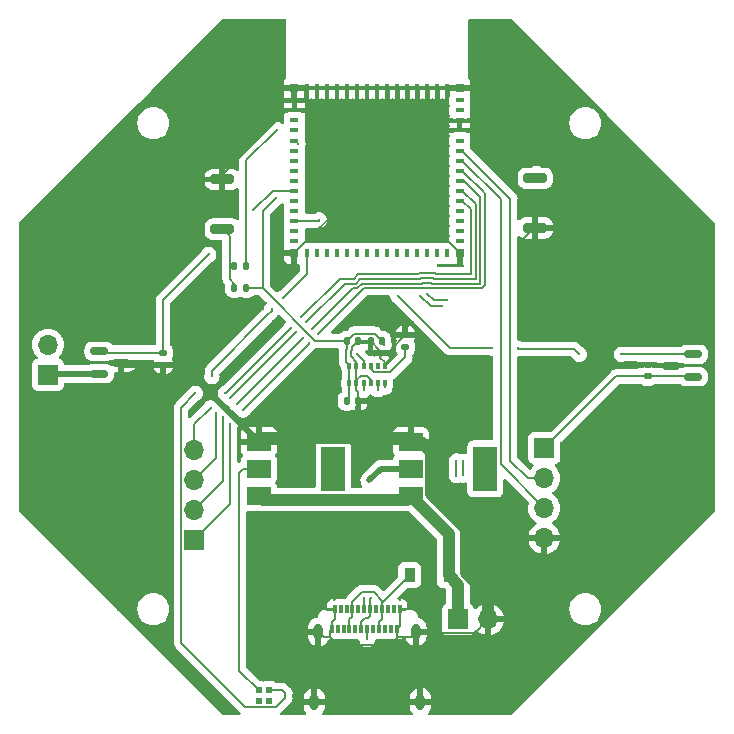
<source format=gbr>
%TF.GenerationSoftware,KiCad,Pcbnew,7.0.9-7.0.9~ubuntu22.04.1*%
%TF.CreationDate,2023-12-21T18:53:39+01:00*%
%TF.ProjectId,lidar 2 round,6c696461-7220-4322-9072-6f756e642e6b,rev?*%
%TF.SameCoordinates,Original*%
%TF.FileFunction,Copper,L1,Top*%
%TF.FilePolarity,Positive*%
%FSLAX46Y46*%
G04 Gerber Fmt 4.6, Leading zero omitted, Abs format (unit mm)*
G04 Created by KiCad (PCBNEW 7.0.9-7.0.9~ubuntu22.04.1) date 2023-12-21 18:53:39*
%MOMM*%
%LPD*%
G01*
G04 APERTURE LIST*
G04 Aperture macros list*
%AMRoundRect*
0 Rectangle with rounded corners*
0 $1 Rounding radius*
0 $2 $3 $4 $5 $6 $7 $8 $9 X,Y pos of 4 corners*
0 Add a 4 corners polygon primitive as box body*
4,1,4,$2,$3,$4,$5,$6,$7,$8,$9,$2,$3,0*
0 Add four circle primitives for the rounded corners*
1,1,$1+$1,$2,$3*
1,1,$1+$1,$4,$5*
1,1,$1+$1,$6,$7*
1,1,$1+$1,$8,$9*
0 Add four rect primitives between the rounded corners*
20,1,$1+$1,$2,$3,$4,$5,0*
20,1,$1+$1,$4,$5,$6,$7,0*
20,1,$1+$1,$6,$7,$8,$9,0*
20,1,$1+$1,$8,$9,$2,$3,0*%
%AMFreePoly0*
4,1,6,0.600000,-0.600000,-0.600000,-0.600000,-0.600000,0.000000,0.000000,0.600000,0.600000,0.600000,0.600000,-0.600000,0.600000,-0.600000,$1*%
G04 Aperture macros list end*
%TA.AperFunction,SMDPad,CuDef*%
%ADD10RoundRect,0.140000X-0.170000X0.140000X-0.170000X-0.140000X0.170000X-0.140000X0.170000X0.140000X0*%
%TD*%
%TA.AperFunction,SMDPad,CuDef*%
%ADD11RoundRect,0.200000X0.800000X-0.200000X0.800000X0.200000X-0.800000X0.200000X-0.800000X-0.200000X0*%
%TD*%
%TA.AperFunction,SMDPad,CuDef*%
%ADD12R,0.800000X0.400000*%
%TD*%
%TA.AperFunction,SMDPad,CuDef*%
%ADD13R,0.400000X0.800000*%
%TD*%
%TA.AperFunction,SMDPad,CuDef*%
%ADD14FreePoly0,0.000000*%
%TD*%
%TA.AperFunction,SMDPad,CuDef*%
%ADD15R,1.200000X1.200000*%
%TD*%
%TA.AperFunction,SMDPad,CuDef*%
%ADD16R,0.800000X0.800000*%
%TD*%
%TA.AperFunction,ComponentPad*%
%ADD17R,1.700000X1.700000*%
%TD*%
%TA.AperFunction,ComponentPad*%
%ADD18O,1.700000X1.700000*%
%TD*%
%TA.AperFunction,SMDPad,CuDef*%
%ADD19RoundRect,0.150000X0.587500X0.150000X-0.587500X0.150000X-0.587500X-0.150000X0.587500X-0.150000X0*%
%TD*%
%TA.AperFunction,SMDPad,CuDef*%
%ADD20RoundRect,0.135000X0.135000X0.185000X-0.135000X0.185000X-0.135000X-0.185000X0.135000X-0.185000X0*%
%TD*%
%TA.AperFunction,SMDPad,CuDef*%
%ADD21R,0.500000X0.500000*%
%TD*%
%TA.AperFunction,SMDPad,CuDef*%
%ADD22RoundRect,0.150000X-0.587500X-0.150000X0.587500X-0.150000X0.587500X0.150000X-0.587500X0.150000X0*%
%TD*%
%TA.AperFunction,SMDPad,CuDef*%
%ADD23R,0.300000X0.700000*%
%TD*%
%TA.AperFunction,ComponentPad*%
%ADD24O,0.800000X1.400000*%
%TD*%
%TA.AperFunction,SMDPad,CuDef*%
%ADD25R,0.900000X1.200000*%
%TD*%
%TA.AperFunction,SMDPad,CuDef*%
%ADD26R,2.000000X1.500000*%
%TD*%
%TA.AperFunction,SMDPad,CuDef*%
%ADD27R,2.000000X3.800000*%
%TD*%
%TA.AperFunction,SMDPad,CuDef*%
%ADD28RoundRect,0.135000X-0.135000X-0.185000X0.135000X-0.185000X0.135000X0.185000X-0.135000X0.185000X0*%
%TD*%
%TA.AperFunction,SMDPad,CuDef*%
%ADD29RoundRect,0.135000X0.185000X-0.135000X0.185000X0.135000X-0.185000X0.135000X-0.185000X-0.135000X0*%
%TD*%
%TA.AperFunction,SMDPad,CuDef*%
%ADD30RoundRect,0.087500X0.087500X0.200000X-0.087500X0.200000X-0.087500X-0.200000X0.087500X-0.200000X0*%
%TD*%
%TA.AperFunction,SMDPad,CuDef*%
%ADD31RoundRect,0.135000X-0.185000X0.135000X-0.185000X-0.135000X0.185000X-0.135000X0.185000X0.135000X0*%
%TD*%
%TA.AperFunction,SMDPad,CuDef*%
%ADD32RoundRect,0.140000X0.140000X0.170000X-0.140000X0.170000X-0.140000X-0.170000X0.140000X-0.170000X0*%
%TD*%
%TA.AperFunction,SMDPad,CuDef*%
%ADD33RoundRect,0.140000X-0.140000X-0.170000X0.140000X-0.170000X0.140000X0.170000X-0.140000X0.170000X0*%
%TD*%
%TA.AperFunction,ViaPad*%
%ADD34C,0.300000*%
%TD*%
%TA.AperFunction,Conductor*%
%ADD35C,0.200000*%
%TD*%
%TA.AperFunction,Conductor*%
%ADD36C,1.000000*%
%TD*%
%TA.AperFunction,Conductor*%
%ADD37C,0.500000*%
%TD*%
G04 APERTURE END LIST*
D10*
%TO.P,C4,1*%
%TO.N,GND*%
X162750000Y-99215000D03*
%TO.P,C4,2*%
%TO.N,+3.3V*%
X162750000Y-100175000D03*
%TD*%
D11*
%TO.P,SW2,1,1*%
%TO.N,Net-(R3-Pad2)*%
X126750000Y-87700000D03*
%TO.P,SW2,2,2*%
%TO.N,GND*%
X126750000Y-83500000D03*
%TD*%
D12*
%TO.P,U5,1,GND*%
%TO.N,GND*%
X132850000Y-76800000D03*
%TO.P,U5,2,GND*%
X132850000Y-77650000D03*
%TO.P,U5,3,3V3*%
%TO.N,+3.3V*%
X132850000Y-78500000D03*
%TO.P,U5,4,GPIO0/BOOT*%
%TO.N,Net-(U5-GPIO0{slash}BOOT)*%
X132850000Y-79350000D03*
%TO.P,U5,5,GPIO1/TOUCH1/ADC1_CH0*%
%TO.N,Enable*%
X132850000Y-80200000D03*
%TO.P,U5,6,GPIO2/TOUCH2/ADC1_CH1*%
%TO.N,SCL*%
X132850000Y-81050000D03*
%TO.P,U5,7,GPIO3/TOUCH3/ADC1_CH2*%
%TO.N,SDA*%
X132850000Y-81900000D03*
%TO.P,U5,8,GPIO4/TOUCH4/ADC1_CH3*%
%TO.N,GPIO0*%
X132850000Y-82750000D03*
%TO.P,U5,9,GPIO5/TOUCH5/ADC1_CH4*%
%TO.N,GPIO1*%
X132850000Y-83600000D03*
%TO.P,U5,10,GPIO6/TOUCH6/ADC1_CH5*%
%TO.N,Enable_Motor*%
X132850000Y-84450000D03*
%TO.P,U5,11,GPIO7/TOUCH7/ADC1_CH6*%
%TO.N,unconnected-(U5-GPIO7{slash}TOUCH7{slash}ADC1_CH6-Pad11)*%
X132850000Y-85300000D03*
%TO.P,U5,12,GPIO8/TOUCH8/ADC1_CH7/SUBSPICS1*%
%TO.N,unconnected-(U5-GPIO8{slash}TOUCH8{slash}ADC1_CH7{slash}SUBSPICS1-Pad12)*%
X132850000Y-86150000D03*
%TO.P,U5,13,GPIO9/TOUCH9/ADC1_CH8/FSPIHD/SUBSPIHD*%
%TO.N,Hall_Effect_Sensor*%
X132850000Y-87000000D03*
%TO.P,U5,14,GPIO10/TOUCH10/ADC1_CH9/FSPICS0/FSPIIO4/SUBSPICS0*%
%TO.N,unconnected-(U5-GPIO10{slash}TOUCH10{slash}ADC1_CH9{slash}FSPICS0{slash}FSPIIO4{slash}SUBSPICS0-Pad14)*%
X132850000Y-87850000D03*
%TO.P,U5,15,GPIO11/TOUCH11/ADC2_CH0/FSPID/FSPIIO5/SUBSPID*%
%TO.N,unconnected-(U5-GPIO11{slash}TOUCH11{slash}ADC2_CH0{slash}FSPID{slash}FSPIIO5{slash}SUBSPID-Pad15)*%
X132850000Y-88700000D03*
D13*
%TO.P,U5,16,GPIO12/TOUCH12/ADC2_CH1/FSPICLK/FSPIIO6/SUBSPICLK*%
%TO.N,SLED*%
X133900000Y-89750000D03*
%TO.P,U5,17,GPIO13/TOUCH13/ADC2_CH2/FSPIQ/FSPIIO7/SUBSPIQ*%
%TO.N,unconnected-(U5-GPIO13{slash}TOUCH13{slash}ADC2_CH2{slash}FSPIQ{slash}FSPIIO7{slash}SUBSPIQ-Pad17)*%
X134750000Y-89750000D03*
%TO.P,U5,18,GPIO14/TOUCH14/ADC2_CH3/FSPIWP/FSPIDQS/SUBSPIWP*%
%TO.N,unconnected-(U5-GPIO14{slash}TOUCH14{slash}ADC2_CH3{slash}FSPIWP{slash}FSPIDQS{slash}SUBSPIWP-Pad18)*%
X135600000Y-89750000D03*
%TO.P,U5,19,GPIO15/U0RTS/ADC2_CH4/XTAL_32K_P*%
%TO.N,unconnected-(U5-GPIO15{slash}U0RTS{slash}ADC2_CH4{slash}XTAL_32K_P-Pad19)*%
X136450000Y-89750000D03*
%TO.P,U5,20,GPIO16/U0CTS/ADC2_CH5/XTAL_32K_N*%
%TO.N,unconnected-(U5-GPIO16{slash}U0CTS{slash}ADC2_CH5{slash}XTAL_32K_N-Pad20)*%
X137300000Y-89750000D03*
%TO.P,U5,21,GPIO17/U1TXD/ADC2_CH6*%
%TO.N,unconnected-(U5-GPIO17{slash}U1TXD{slash}ADC2_CH6-Pad21)*%
X138150000Y-89750000D03*
%TO.P,U5,22,GPIO18/U1RXD/ADC2_CH7/CLK_OUT3*%
%TO.N,unconnected-(U5-GPIO18{slash}U1RXD{slash}ADC2_CH7{slash}CLK_OUT3-Pad22)*%
X139000000Y-89750000D03*
%TO.P,U5,23,GPIO19/U1RTS/ADC2_CH8/CLK_OUT2/USB_D-*%
%TO.N,D-*%
X139850000Y-89750000D03*
%TO.P,U5,24,GPIO20/U1CTS/ADC2_CH9/CLK_OUT1/USB_D+*%
%TO.N,D+*%
X140700000Y-89750000D03*
%TO.P,U5,25,GPIO21*%
%TO.N,unconnected-(U5-GPIO21-Pad25)*%
X141550000Y-89750000D03*
%TO.P,U5,26,GPIO26*%
%TO.N,unconnected-(U5-GPIO26-Pad26)*%
X142400000Y-89750000D03*
%TO.P,U5,27,GPIO47/SPICLK_P/SUBSPICLK_P_DIFF*%
%TO.N,unconnected-(U5-GPIO47{slash}SPICLK_P{slash}SUBSPICLK_P_DIFF-Pad27)*%
X143250000Y-89750000D03*
%TO.P,U5,28,SPIIO4/GPIO33/FSPIHD/SUBSPIHD*%
%TO.N,unconnected-(U5-SPIIO4{slash}GPIO33{slash}FSPIHD{slash}SUBSPIHD-Pad28)*%
X144100000Y-89750000D03*
%TO.P,U5,29,SPIIO5/GPIO34/FSPICS0/SUBSPICS0*%
%TO.N,unconnected-(U5-SPIIO5{slash}GPIO34{slash}FSPICS0{slash}SUBSPICS0-Pad29)*%
X144950000Y-89750000D03*
%TO.P,U5,30,GPIO48/SPICLK_N/SUBSPICLK_N_DIFF*%
%TO.N,unconnected-(U5-GPIO48{slash}SPICLK_N{slash}SUBSPICLK_N_DIFF-Pad30)*%
X145800000Y-89750000D03*
D12*
%TO.P,U5,31,SPIIO6/GPIO35/FSPID/SUBSPID*%
%TO.N,unconnected-(U5-SPIIO6{slash}GPIO35{slash}FSPID{slash}SUBSPID-Pad31)*%
X146850000Y-88700000D03*
%TO.P,U5,32,SPIIO7/GPIO36/FSPICLK/SUBSPICLK*%
%TO.N,unconnected-(U5-SPIIO7{slash}GPIO36{slash}FSPICLK{slash}SUBSPICLK-Pad32)*%
X146850000Y-87850000D03*
%TO.P,U5,33,SPIDQS/GPIO37/FSPIQ/SUBSPIQ*%
%TO.N,unconnected-(U5-SPIDQS{slash}GPIO37{slash}FSPIQ{slash}SUBSPIQ-Pad33)*%
X146850000Y-87000000D03*
%TO.P,U5,34,GPIO38/FSPIWP/SUBSPIWP*%
%TO.N,unconnected-(U5-GPIO38{slash}FSPIWP{slash}SUBSPIWP-Pad34)*%
X146850000Y-86150000D03*
%TO.P,U5,35,MTCK/GPIO39/CLK_OUT3/SUBSPICS1*%
%TO.N,TCK*%
X146850000Y-85300000D03*
%TO.P,U5,36,MTDO/GPIO40/CLK_OUT2*%
%TO.N,TDO*%
X146850000Y-84450000D03*
%TO.P,U5,37,MTDI/GPIO41/CLK_OUT1*%
%TO.N,TDI*%
X146850000Y-83600000D03*
%TO.P,U5,38,MTMS/GPIO42*%
%TO.N,TMS*%
X146850000Y-82750000D03*
%TO.P,U5,39,U0TXD/GPIO43/CLK_OUT1*%
%TO.N,TX*%
X146850000Y-81900000D03*
%TO.P,U5,40,U0RXD/GPIO44/CLK_OUT2*%
%TO.N,RX*%
X146850000Y-81050000D03*
%TO.P,U5,41,GPIO45*%
%TO.N,unconnected-(U5-GPIO45-Pad41)*%
X146850000Y-80200000D03*
%TO.P,U5,42,GND*%
%TO.N,GND*%
X146850000Y-79350000D03*
%TO.P,U5,43,GND*%
X146850000Y-78500000D03*
%TO.P,U5,44,GPIO46*%
%TO.N,unconnected-(U5-GPIO46-Pad44)*%
X146850000Y-77650000D03*
%TO.P,U5,45,EN*%
%TO.N,Net-(U5-EN)*%
X146850000Y-76800000D03*
D13*
%TO.P,U5,46,GND*%
%TO.N,GND*%
X145800000Y-75750000D03*
%TO.P,U5,47,GND*%
X144950000Y-75750000D03*
%TO.P,U5,48,GND*%
X144100000Y-75750000D03*
%TO.P,U5,49,GND*%
X143250000Y-75750000D03*
%TO.P,U5,50,GND*%
X142400000Y-75750000D03*
%TO.P,U5,51,GND*%
X141550000Y-75750000D03*
%TO.P,U5,52,GND*%
X140700000Y-75750000D03*
%TO.P,U5,53,GND*%
X139850000Y-75750000D03*
%TO.P,U5,54,GND*%
X139000000Y-75750000D03*
%TO.P,U5,55,GND*%
X138150000Y-75750000D03*
%TO.P,U5,56,GND*%
X137300000Y-75750000D03*
%TO.P,U5,57,GND*%
X136450000Y-75750000D03*
%TO.P,U5,58,GND*%
X135600000Y-75750000D03*
%TO.P,U5,59,GND*%
X134750000Y-75750000D03*
%TO.P,U5,60,GND*%
X133900000Y-75750000D03*
D14*
%TO.P,U5,61,GND*%
X138200000Y-81100000D03*
D15*
X138200000Y-82750000D03*
X138200000Y-84400000D03*
X139850000Y-81100000D03*
X139850000Y-82750000D03*
X139850000Y-84400000D03*
X141500000Y-81100000D03*
X141500000Y-82750000D03*
X141500000Y-84400000D03*
D16*
%TO.P,U5,62,GND*%
X132850000Y-75750000D03*
%TO.P,U5,63,GND*%
X132850000Y-89750000D03*
%TO.P,U5,64,GND*%
X146850000Y-89750000D03*
%TO.P,U5,65,GND*%
X146850000Y-75750000D03*
%TD*%
D17*
%TO.P,J4,1*%
%TO.N,VIN*%
X146710000Y-120750000D03*
D18*
%TO.P,J4,2*%
%TO.N,GND*%
X149250000Y-120750000D03*
%TD*%
D19*
%TO.P,U4,1,VCC*%
%TO.N,+3.3V*%
X166625000Y-100200000D03*
%TO.P,U4,2,OUT*%
%TO.N,Hall_Effect_Sensor*%
X166625000Y-98300000D03*
%TO.P,U4,3,GND*%
%TO.N,GND*%
X164750000Y-99250000D03*
%TD*%
D17*
%TO.P,J3,1*%
%TO.N,TMS*%
X124375000Y-114050000D03*
D18*
%TO.P,J3,2*%
%TO.N,TDI*%
X124375000Y-111510000D03*
%TO.P,J3,3*%
%TO.N,TDO*%
X124375000Y-108970000D03*
%TO.P,J3,4*%
%TO.N,TCK*%
X124375000Y-106430000D03*
%TD*%
D20*
%TO.P,R3,1*%
%TO.N,+3.3V*%
X128780000Y-92710000D03*
%TO.P,R3,2*%
%TO.N,Net-(R3-Pad2)*%
X127760000Y-92710000D03*
%TD*%
D17*
%TO.P,J2,1*%
%TO.N,Net-(Q1-E)*%
X112000000Y-100025000D03*
D18*
%TO.P,J2,2*%
%TO.N,+5V*%
X112000000Y-97485000D03*
%TD*%
D21*
%TO.P,U3,1,DIN*%
%TO.N,SLED*%
X130717722Y-126726148D03*
%TO.P,U3,2,VDD*%
%TO.N,+3.3V*%
X129817722Y-126726148D03*
%TO.P,U3,3,DOUT*%
%TO.N,unconnected-(U3-DOUT-Pad3)*%
X129817722Y-127626148D03*
%TO.P,U3,4,GND*%
%TO.N,GND*%
X130717722Y-127626148D03*
%TD*%
D22*
%TO.P,Q1,1,B*%
%TO.N,Enable_Motor*%
X116312500Y-98050000D03*
%TO.P,Q1,2,E*%
%TO.N,Net-(Q1-E)*%
X116312500Y-99950000D03*
%TO.P,Q1,3,C*%
%TO.N,GND*%
X118187500Y-99000000D03*
%TD*%
D23*
%TO.P,USB C,A1,GND*%
%TO.N,GND*%
X136260000Y-119890000D03*
%TO.P,USB C,A2*%
%TO.N,N/C*%
X136760000Y-119890000D03*
%TO.P,USB C,A3*%
X137260000Y-119890000D03*
%TO.P,USB C,A4,VBUS*%
%TO.N,Net-(D1-A)*%
X137760000Y-119890000D03*
%TO.P,USB C,A5,CC1*%
%TO.N,unconnected-(J5-CC1-PadA5)*%
X138260000Y-119890000D03*
%TO.P,USB C,A6,D+*%
%TO.N,D+*%
X138760000Y-119890000D03*
%TO.P,USB C,A7,D-*%
%TO.N,D-*%
X139260000Y-119890000D03*
%TO.P,USB C,A8,SBU1*%
%TO.N,unconnected-(J5-SBU1-PadA8)*%
X139760000Y-119890000D03*
%TO.P,USB C,A9,VBUS*%
%TO.N,Net-(D1-A)*%
X140260000Y-119890000D03*
%TO.P,USB C,A10*%
%TO.N,N/C*%
X140760000Y-119890000D03*
%TO.P,USB C,A11*%
X141260000Y-119890000D03*
%TO.P,USB C,A12,GND*%
%TO.N,GND*%
X141760000Y-119890000D03*
%TO.P,USB C,B1,GND*%
X141510000Y-121590000D03*
%TO.P,USB C,B2*%
%TO.N,N/C*%
X141010000Y-121590000D03*
%TO.P,USB C,B3*%
X140510000Y-121590000D03*
%TO.P,USB C,B4,VBUS*%
%TO.N,Net-(D1-A)*%
X140010000Y-121590000D03*
%TO.P,USB C,B5,CC2*%
%TO.N,unconnected-(J5-CC2-PadB5)*%
X139510000Y-121590000D03*
%TO.P,USB C,B6,D+*%
%TO.N,D+*%
X139010000Y-121590000D03*
%TO.P,USB C,B7,D-*%
%TO.N,D-*%
X138510000Y-121590000D03*
%TO.P,USB C,B8,SBU2*%
%TO.N,unconnected-(J5-SBU2-PadB8)*%
X138010000Y-121590000D03*
%TO.P,USB C,B9,VBUS*%
%TO.N,Net-(D1-A)*%
X137510000Y-121590000D03*
%TO.P,USB C,B10*%
%TO.N,N/C*%
X137010000Y-121590000D03*
%TO.P,USB C,B11*%
X136510000Y-121590000D03*
%TO.P,USB C,B12,GND*%
%TO.N,GND*%
X136010000Y-121590000D03*
D24*
%TO.P,USB C,S1,SHIELD*%
X134520000Y-127750000D03*
X134880000Y-121800000D03*
X143140000Y-121800000D03*
X143500000Y-127750000D03*
%TD*%
D17*
%TO.P,J1,1*%
%TO.N,+3.3V*%
X154000000Y-106250000D03*
D18*
%TO.P,J1,2*%
%TO.N,RX*%
X154000000Y-108790000D03*
%TO.P,J1,3*%
%TO.N,TX*%
X154000000Y-111330000D03*
%TO.P,J1,4*%
%TO.N,GND*%
X154000000Y-113870000D03*
%TD*%
D25*
%TO.P,D1,1,K*%
%TO.N,VIN*%
X145900000Y-117000000D03*
%TO.P,D1,2,A*%
%TO.N,Net-(D1-A)*%
X142600000Y-117000000D03*
%TD*%
D26*
%TO.P,+3v3,1,GND*%
%TO.N,GND*%
X129850000Y-105700000D03*
%TO.P,+3v3,2,VO*%
%TO.N,+3.3V*%
X129850000Y-108000000D03*
D27*
X136150000Y-108000000D03*
D26*
%TO.P,+3v3,3,VI*%
%TO.N,VIN*%
X129850000Y-110300000D03*
%TD*%
D28*
%TO.P,R4,1*%
%TO.N,Net-(R3-Pad2)*%
X127760000Y-90805000D03*
%TO.P,R4,2*%
%TO.N,Net-(U5-EN)*%
X128780000Y-90805000D03*
%TD*%
D29*
%TO.P,R2,1*%
%TO.N,Enable*%
X142240000Y-97665000D03*
%TO.P,R2,2*%
%TO.N,GND*%
X142240000Y-96645000D03*
%TD*%
D30*
%TO.P,U2,1,VDDV*%
%TO.N,+3.3V*%
X137500000Y-100726000D03*
%TO.P,U2,2,GNDC*%
%TO.N,GND*%
X138100000Y-100726000D03*
%TO.P,U2,3,GPIO0*%
%TO.N,GPIO1*%
X138700000Y-100726000D03*
%TO.P,U2,4,INT*%
%TO.N,GND*%
X139300000Y-100726000D03*
%TO.P,U2,5,SCL*%
%TO.N,SCL*%
X139900000Y-100726000D03*
%TO.P,U2,6,SDA*%
%TO.N,SDA*%
X140500000Y-100726000D03*
%TO.P,U2,7,VDD*%
%TO.N,GND*%
X140500000Y-99250000D03*
%TO.P,U2,8,GND*%
%TO.N,+3.3V*%
X139900000Y-99250000D03*
%TO.P,U2,9,EN*%
%TO.N,Enable*%
X139300000Y-99250000D03*
%TO.P,U2,10,GPIO1*%
%TO.N,GPIO0*%
X138700000Y-99250000D03*
%TO.P,U2,11,GNDV*%
%TO.N,GND*%
X138100000Y-99250000D03*
%TO.P,U2,12,VDDC*%
%TO.N,+3.3V*%
X137500000Y-99250000D03*
%TD*%
D31*
%TO.P,R1,1*%
%TO.N,Enable_Motor*%
X121750000Y-98152500D03*
%TO.P,R1,2*%
%TO.N,GND*%
X121750000Y-99172500D03*
%TD*%
D32*
%TO.P,C1,1*%
%TO.N,GND*%
X138250000Y-97155000D03*
%TO.P,C1,2*%
%TO.N,+3.3V*%
X137290000Y-97155000D03*
%TD*%
D26*
%TO.P,+5V,1,GND*%
%TO.N,GND*%
X142700000Y-105700000D03*
%TO.P,+5V,2,VO*%
%TO.N,+5V*%
X142700000Y-108000000D03*
D27*
X149000000Y-108000000D03*
D26*
%TO.P,+5V,3,VI*%
%TO.N,VIN*%
X142700000Y-110300000D03*
%TD*%
D11*
%TO.P,SW1,1,1*%
%TO.N,GND*%
X153250000Y-87600000D03*
%TO.P,SW1,2,2*%
%TO.N,Net-(U5-GPIO0{slash}BOOT)*%
X153250000Y-83400000D03*
%TD*%
D33*
%TO.P,C3,1*%
%TO.N,GND*%
X139290000Y-97155000D03*
%TO.P,C3,2*%
%TO.N,+3.3V*%
X140250000Y-97155000D03*
%TD*%
D32*
%TO.P,C2,1*%
%TO.N,GND*%
X138250000Y-102250000D03*
%TO.P,C2,2*%
%TO.N,+3.3V*%
X137290000Y-102250000D03*
%TD*%
D34*
%TO.N,GND*%
X142866453Y-95571283D03*
X152267304Y-88454234D03*
X146850000Y-89750000D03*
X130717722Y-127626148D03*
%TO.N,+3.3V*%
X132850000Y-78500000D03*
X136517520Y-106367523D03*
X140464767Y-97481434D03*
X139900000Y-99250000D03*
X131300185Y-85065306D03*
X137290000Y-102250000D03*
%TO.N,+5V*%
X139191338Y-108973346D03*
%TO.N,TMS*%
X127413689Y-104239823D03*
X134885187Y-96576017D03*
X128489185Y-103021876D03*
X134058977Y-97380859D03*
%TO.N,TDI*%
X126827873Y-103641425D03*
X127973407Y-102495891D03*
X134371783Y-96139063D03*
X133546760Y-96904731D03*
%TO.N,TDO*%
X133004827Y-96453729D03*
X127435035Y-102023520D03*
X133802547Y-95599029D03*
X126231334Y-103231609D03*
%TO.N,TCK*%
X132561872Y-96057588D03*
X125749461Y-102829330D03*
X127000000Y-101600000D03*
X133429593Y-95164347D03*
%TO.N,Enable_Motor*%
X129342043Y-86124498D03*
X125588203Y-89847569D03*
%TO.N,Enable*%
X142240000Y-97665000D03*
X133142072Y-80492073D03*
%TO.N,Net-(U5-GPIO0{slash}BOOT)*%
X132850000Y-79350000D03*
X153352335Y-82995075D03*
%TO.N,GPIO1*%
X132850000Y-83600000D03*
X138718767Y-101297904D03*
%TO.N,SCL*%
X139910304Y-101306488D03*
X132850000Y-81050000D03*
%TO.N,SDA*%
X132850000Y-81900000D03*
X140496437Y-101088654D03*
%TO.N,GPIO0*%
X132850000Y-82750000D03*
X138129339Y-98267157D03*
%TO.N,Hall_Effect_Sensor*%
X141605000Y-93345000D03*
X134949056Y-86943836D03*
X151765000Y-97790000D03*
X149595698Y-97765702D03*
X160528000Y-98300000D03*
X156972000Y-98300000D03*
%TO.N,D+*%
X143510000Y-93345000D03*
X145327692Y-94221768D03*
X140700000Y-89750000D03*
X138749437Y-118934388D03*
X146561394Y-108575910D03*
X146561394Y-107335297D03*
X139005851Y-122438844D03*
%TO.N,D-*%
X145774319Y-93721768D03*
X147134105Y-107350895D03*
X139319144Y-118915059D03*
X139850000Y-89750000D03*
X147109374Y-108529123D03*
X144059644Y-93157080D03*
%TO.N,Net-(U5-EN)*%
X131356446Y-79286446D03*
X146850000Y-76800000D03*
%TO.N,SLED*%
X125865385Y-100170297D03*
X130948212Y-94462855D03*
X131868638Y-93542429D03*
X124460000Y-101600000D03*
%TD*%
D35*
%TO.N,GND*%
X160062484Y-99215000D02*
X153250000Y-92402516D01*
X139850000Y-75750000D02*
X132850000Y-75750000D01*
X139875000Y-79350000D02*
X139850000Y-79375000D01*
X126750000Y-83100000D02*
X132200000Y-77650000D01*
X135890000Y-122240000D02*
X135320000Y-122240000D01*
X140500000Y-99250000D02*
X140500000Y-98962501D01*
X138100000Y-100726000D02*
X138100000Y-101295000D01*
D36*
X144400000Y-110110000D02*
X144400000Y-106550000D01*
D35*
X142240000Y-96645000D02*
X142240000Y-96197736D01*
X143240000Y-121900000D02*
X148100000Y-121900000D01*
X138250000Y-102250000D02*
X138250000Y-105202907D01*
X143500000Y-125532688D02*
X140906156Y-122938844D01*
X139300000Y-100726000D02*
X139300000Y-100438501D01*
X143500000Y-127750000D02*
X143500000Y-125532688D01*
X142700000Y-122240000D02*
X141605000Y-122240000D01*
X136260000Y-120740000D02*
X136010000Y-120990000D01*
X147808528Y-113870000D02*
X147378528Y-114300000D01*
D36*
X142700000Y-105700000D02*
X142400000Y-105400000D01*
D37*
X123322500Y-99172500D02*
X129850000Y-105700000D01*
D35*
X135890000Y-121710000D02*
X136010000Y-121590000D01*
X136010000Y-120990000D02*
X136010000Y-121590000D01*
X143140000Y-121800000D02*
X143240000Y-121900000D01*
X146850000Y-79350000D02*
X146850000Y-78500000D01*
X146850000Y-79350000D02*
X139875000Y-79350000D01*
X138200000Y-82750000D02*
X138200000Y-84400000D01*
D37*
X121750000Y-99172500D02*
X123322500Y-99172500D01*
D35*
X138200000Y-81100000D02*
X138200000Y-82750000D01*
X139850000Y-81100000D02*
X141500000Y-81100000D01*
X138100000Y-99250000D02*
X138100000Y-98944925D01*
X126750000Y-83500000D02*
X126750000Y-83100000D01*
X137718767Y-97686233D02*
X138250000Y-97155000D01*
X138081500Y-101313500D02*
X138250000Y-101482000D01*
X137629339Y-98474264D02*
X137629339Y-98060050D01*
X132850000Y-89750000D02*
X138200000Y-84400000D01*
D36*
X143550000Y-105700000D02*
X142700000Y-105700000D01*
D35*
X139850000Y-81100000D02*
X139850000Y-79375000D01*
D36*
X147378528Y-113088528D02*
X147378528Y-114300000D01*
D35*
X140903566Y-97981434D02*
X142240000Y-96645000D01*
D36*
X130150000Y-105400000D02*
X129850000Y-105700000D01*
D35*
X136588844Y-122938844D02*
X135890000Y-122240000D01*
X135890000Y-122240000D02*
X135890000Y-121710000D01*
X138100000Y-101295000D02*
X138081500Y-101313500D01*
X154000000Y-113870000D02*
X147808528Y-113870000D01*
X134520000Y-126365000D02*
X134520000Y-125007688D01*
X141605000Y-122240000D02*
X141510000Y-122145000D01*
X138449568Y-100138500D02*
X138100000Y-100488068D01*
X140500000Y-99020000D02*
X140500000Y-99250000D01*
X139300000Y-100438501D02*
X138999999Y-100138500D01*
X135320000Y-122240000D02*
X134880000Y-121800000D01*
X138100000Y-100488068D02*
X138100000Y-100726000D01*
D36*
X142400000Y-105400000D02*
X139065000Y-105400000D01*
D35*
X138100000Y-100726000D02*
X138100000Y-99250000D01*
X141760000Y-119890000D02*
X141760000Y-121340000D01*
X141510000Y-122145000D02*
X141510000Y-121590000D01*
X134520000Y-127750000D02*
X134520000Y-126365000D01*
D36*
X147378528Y-116781472D02*
X147411472Y-116781472D01*
D35*
X138999999Y-100138500D02*
X138449568Y-100138500D01*
X153250000Y-92402516D02*
X153250000Y-87600000D01*
D36*
X139065000Y-105400000D02*
X138447093Y-105400000D01*
D35*
X142240000Y-96197736D02*
X142866453Y-95571283D01*
X132850000Y-75750000D02*
X132850000Y-77650000D01*
X141500000Y-81100000D02*
X141500000Y-82750000D01*
X140116434Y-98578935D02*
X140116434Y-97981434D01*
X162750000Y-99215000D02*
X160062484Y-99215000D01*
X140906156Y-122938844D02*
X136588844Y-122938844D01*
X138250000Y-105202907D02*
X138447093Y-105400000D01*
X136260000Y-119890000D02*
X136260000Y-120740000D01*
X148100000Y-121900000D02*
X149250000Y-120750000D01*
D36*
X147411472Y-116781472D02*
X149250000Y-118620000D01*
D35*
X138100000Y-98944925D02*
X137629339Y-98474264D01*
X141605000Y-122240000D02*
X140906156Y-122938844D01*
X138200000Y-82750000D02*
X139850000Y-82750000D01*
X153250000Y-87600000D02*
X153121538Y-87600000D01*
X146850000Y-89750000D02*
X141500000Y-84400000D01*
D36*
X144400000Y-110110000D02*
X147378528Y-113088528D01*
D35*
X140500000Y-99250000D02*
X140500000Y-98960000D01*
D36*
X138447093Y-105400000D02*
X130150000Y-105400000D01*
D35*
X143140000Y-121800000D02*
X142700000Y-122240000D01*
X134520000Y-125007688D02*
X136588844Y-122938844D01*
X132200000Y-77650000D02*
X132850000Y-77650000D01*
X140500000Y-98962501D02*
X140116434Y-98578935D01*
X140565000Y-99185000D02*
X140500000Y-99250000D01*
X138250000Y-97155000D02*
X139290000Y-97155000D01*
X138200000Y-84400000D02*
X139850000Y-84400000D01*
D36*
X147378528Y-114300000D02*
X147378528Y-116781472D01*
D35*
X137718767Y-97970622D02*
X137718767Y-97686233D01*
D37*
X121750000Y-99172500D02*
X118360000Y-99172500D01*
D35*
X139850000Y-79375000D02*
X139850000Y-75750000D01*
D36*
X149250000Y-120750000D02*
X149250000Y-118620000D01*
D35*
X153121538Y-87600000D02*
X152267304Y-88454234D01*
X138250000Y-101482000D02*
X138250000Y-102250000D01*
X141500000Y-82750000D02*
X141500000Y-84400000D01*
X138200000Y-81100000D02*
X139850000Y-81100000D01*
X140517650Y-99267650D02*
X140500000Y-99250000D01*
X164750000Y-99250000D02*
X162785000Y-99250000D01*
X141500000Y-82750000D02*
X139850000Y-82750000D01*
X140116434Y-97981434D02*
X139290000Y-97155000D01*
X118360000Y-99172500D02*
X118187500Y-99000000D01*
X139850000Y-75750000D02*
X146850000Y-75750000D01*
X141500000Y-84400000D02*
X139850000Y-84400000D01*
D36*
X144400000Y-106550000D02*
X143550000Y-105700000D01*
D35*
X140116434Y-97981434D02*
X140903566Y-97981434D01*
X137629339Y-98060050D02*
X137718767Y-97970622D01*
X139850000Y-82750000D02*
X139850000Y-84400000D01*
X162785000Y-99250000D02*
X162750000Y-99215000D01*
X141760000Y-121340000D02*
X141510000Y-121590000D01*
%TO.N,+3.3V*%
X136150000Y-108000000D02*
X136150000Y-106735043D01*
X137290000Y-97155000D02*
X137900000Y-96545000D01*
X137500000Y-102040000D02*
X137290000Y-102250000D01*
X130175000Y-92710000D02*
X128780000Y-92710000D01*
X137290000Y-97833704D02*
X137229339Y-97894365D01*
X130175000Y-86190491D02*
X131300185Y-85065306D01*
X140250000Y-97155000D02*
X140250000Y-97266667D01*
X162750000Y-100175000D02*
X160075000Y-100175000D01*
X136150000Y-106735043D02*
X136517520Y-106367523D01*
X128531523Y-108000000D02*
X129850000Y-108000000D01*
X130175000Y-92710000D02*
X130175000Y-86190491D01*
X128183117Y-125091543D02*
X128183117Y-108348406D01*
X137290000Y-97155000D02*
X137290000Y-97833704D01*
X137500000Y-99695000D02*
X137500000Y-99250000D01*
X137500000Y-100726000D02*
X137500000Y-99695000D01*
X128183117Y-108348406D02*
X128531523Y-108000000D01*
X137229339Y-98979339D02*
X137500000Y-99250000D01*
X137290000Y-97155000D02*
X134620000Y-97155000D01*
X166600000Y-100175000D02*
X166625000Y-100200000D01*
X137229339Y-97894365D02*
X137229339Y-98979339D01*
X137900000Y-96545000D02*
X139640000Y-96545000D01*
X162750000Y-100175000D02*
X166600000Y-100175000D01*
X137500000Y-100726000D02*
X137500000Y-102040000D01*
X129817722Y-126726148D02*
X128183117Y-125091543D01*
X139640000Y-96545000D02*
X140250000Y-97155000D01*
X160075000Y-100175000D02*
X154000000Y-106250000D01*
X134620000Y-97155000D02*
X130175000Y-92710000D01*
X140250000Y-97266667D02*
X140464767Y-97481434D01*
D36*
%TO.N,VIN*%
X145900000Y-113500000D02*
X142700000Y-110300000D01*
X130150000Y-110600000D02*
X129850000Y-110300000D01*
X142700000Y-110300000D02*
X142400000Y-110600000D01*
X145900000Y-117000000D02*
X145900000Y-113500000D01*
X146710000Y-120750000D02*
X146710000Y-117810000D01*
X146710000Y-117810000D02*
X145900000Y-117000000D01*
X142400000Y-110600000D02*
X130150000Y-110600000D01*
D35*
%TO.N,Net-(D1-A)*%
X138542330Y-118434388D02*
X137710000Y-119266718D01*
X140260000Y-120740000D02*
X140010000Y-120990000D01*
X137710000Y-119266718D02*
X137710000Y-120540000D01*
X139545580Y-118434388D02*
X138542330Y-118434388D01*
X137710000Y-120540000D02*
X137510000Y-120740000D01*
X140260000Y-119148808D02*
X139545580Y-118434388D01*
X137510000Y-120740000D02*
X137510000Y-121590000D01*
X140260000Y-119380000D02*
X140260000Y-119890000D01*
X140260000Y-119340000D02*
X140260000Y-119380000D01*
X140010000Y-120990000D02*
X140010000Y-121590000D01*
X142600000Y-117000000D02*
X140260000Y-119340000D01*
X140260000Y-119380000D02*
X140260000Y-119148808D01*
X140260000Y-119890000D02*
X140260000Y-120740000D01*
%TO.N,RX*%
X154000000Y-108790000D02*
X152605000Y-108790000D01*
X147050000Y-81050000D02*
X146850000Y-81050000D01*
X151130000Y-85130000D02*
X147050000Y-81050000D01*
X151130000Y-107315000D02*
X151130000Y-85130000D01*
X152605000Y-108790000D02*
X151130000Y-107315000D01*
%TO.N,TX*%
X147050000Y-81900000D02*
X146850000Y-81900000D01*
X154000000Y-111330000D02*
X150300000Y-107630000D01*
X150300000Y-85150000D02*
X147050000Y-81900000D01*
X150300000Y-107630000D02*
X150300000Y-85150000D01*
D37*
%TO.N,Net-(Q1-E)*%
X116312500Y-99950000D02*
X112075000Y-99950000D01*
D35*
X112075000Y-99950000D02*
X112000000Y-100025000D01*
D37*
%TO.N,+5V*%
X140164684Y-108000000D02*
X139191338Y-108973346D01*
X142700000Y-108000000D02*
X140164684Y-108000000D01*
D35*
%TO.N,TMS*%
X144266751Y-92657080D02*
X144319671Y-92710000D01*
X143799617Y-92710000D02*
X143852537Y-92657080D01*
X124375000Y-114050000D02*
X127413689Y-111011311D01*
X128489185Y-103021876D02*
X134058977Y-97452084D01*
X148764441Y-92710000D02*
X149017349Y-92457092D01*
X149017349Y-92457092D02*
X149017349Y-84717349D01*
X134885187Y-96576017D02*
X138751204Y-92710000D01*
X138751204Y-92710000D02*
X143799617Y-92710000D01*
X127413689Y-111011311D02*
X127413689Y-104239823D01*
X149017349Y-84717349D02*
X148863503Y-84563503D01*
X148863503Y-84563503D02*
X147050000Y-82750000D01*
X143852537Y-92657080D02*
X144266751Y-92657080D01*
X148863503Y-84568216D02*
X148863503Y-84563503D01*
X144319671Y-92710000D02*
X148764441Y-92710000D01*
X134058977Y-97452084D02*
X134058977Y-97380859D01*
X147050000Y-82750000D02*
X146850000Y-82750000D01*
%TO.N,TDI*%
X126827873Y-109057127D02*
X126827873Y-103641425D01*
X148590000Y-84990000D02*
X147200000Y-83600000D01*
X138185518Y-92710000D02*
X138585519Y-92310000D01*
X144432437Y-92257080D02*
X144485356Y-92310000D01*
X143686852Y-92257080D02*
X144432437Y-92257080D01*
X134371783Y-96139063D02*
X137800846Y-92710000D01*
X148590000Y-92310000D02*
X148590000Y-84990000D01*
X147200000Y-83600000D02*
X146850000Y-83600000D01*
X143633931Y-92310000D02*
X143686852Y-92257080D01*
X124375000Y-111510000D02*
X126827873Y-109057127D01*
X133546760Y-96922538D02*
X133546760Y-96904731D01*
X127973407Y-102495891D02*
X133546760Y-96922538D01*
X137800846Y-92710000D02*
X138185518Y-92710000D01*
X138585519Y-92310000D02*
X143633931Y-92310000D01*
X144485356Y-92310000D02*
X148590000Y-92310000D01*
%TO.N,TDO*%
X138419834Y-91910000D02*
X143468247Y-91910000D01*
X144598122Y-91857080D02*
X144651042Y-91910000D01*
X137091576Y-92310000D02*
X138019833Y-92310000D01*
X143468247Y-91910000D02*
X143521169Y-91857080D01*
X133004826Y-96453729D02*
X133004827Y-96453729D01*
X147050000Y-84450000D02*
X146850000Y-84450000D01*
X124375000Y-108970000D02*
X126231334Y-107113666D01*
X144651042Y-91910000D02*
X148190000Y-91910000D01*
X133802547Y-95599029D02*
X137091576Y-92310000D01*
X126231334Y-107113666D02*
X126231334Y-103231609D01*
X138019833Y-92310000D02*
X138419834Y-91910000D01*
X148190000Y-91910000D02*
X148190000Y-85590000D01*
X148190000Y-85590000D02*
X147050000Y-84450000D01*
X143521169Y-91857080D02*
X144598122Y-91857080D01*
X127435035Y-102023520D02*
X133004826Y-96453729D01*
%TO.N,TCK*%
X143355489Y-91457077D02*
X144763805Y-91457077D01*
X144763805Y-91457077D02*
X144816728Y-91510000D01*
X127000000Y-101600000D02*
X127029833Y-101600000D01*
X132487055Y-96132405D02*
X132561872Y-96057588D01*
X147050000Y-85300000D02*
X146850000Y-85300000D01*
X147790000Y-91510000D02*
X147790000Y-86040000D01*
X144816728Y-91510000D02*
X147790000Y-91510000D01*
X124375000Y-104203791D02*
X125749461Y-102829330D01*
X138254149Y-91510000D02*
X143302566Y-91510000D01*
X136683940Y-91910000D02*
X137854148Y-91910000D01*
X137854148Y-91910000D02*
X138254149Y-91510000D01*
X143302566Y-91510000D02*
X143355489Y-91457077D01*
X147790000Y-86040000D02*
X147050000Y-85300000D01*
X132487055Y-96142778D02*
X132487055Y-96132405D01*
X133429593Y-95164347D02*
X136683940Y-91910000D01*
X127029833Y-101600000D02*
X132487055Y-96142778D01*
X124375000Y-106430000D02*
X124375000Y-104203791D01*
%TO.N,Enable_Motor*%
X129342043Y-86124498D02*
X131016541Y-84450000D01*
X116415000Y-98152500D02*
X116312500Y-98050000D01*
X121750000Y-98152500D02*
X121750000Y-93685772D01*
X121750000Y-98152500D02*
X116415000Y-98152500D01*
X121750000Y-93685772D02*
X125588203Y-89847569D01*
X131016541Y-84450000D02*
X132850000Y-84450000D01*
%TO.N,Enable*%
X139600001Y-99837500D02*
X139300000Y-99537499D01*
X142240000Y-97665000D02*
X142240000Y-98567500D01*
X142240000Y-98567500D02*
X140970000Y-99837500D01*
X139300000Y-99537499D02*
X139300000Y-99250000D01*
X140970000Y-99837500D02*
X139600001Y-99837500D01*
X139300000Y-99250000D02*
X139355567Y-99194433D01*
X140972499Y-99837500D02*
X140970000Y-99837500D01*
%TO.N,Net-(U5-GPIO0{slash}BOOT)*%
X153250000Y-83400000D02*
X153250000Y-83097410D01*
X153250000Y-83097410D02*
X153352335Y-82995075D01*
%TO.N,GPIO1*%
X138700000Y-101279137D02*
X138718767Y-101297904D01*
X138700000Y-100726000D02*
X138700000Y-101279137D01*
%TO.N,SCL*%
X139900000Y-100726000D02*
X139900000Y-101296184D01*
X139900000Y-101296184D02*
X139910304Y-101306488D01*
%TO.N,SDA*%
X140500000Y-100726000D02*
X140500000Y-101085091D01*
X140500000Y-101085091D02*
X140496437Y-101088654D01*
%TO.N,GPIO0*%
X138700000Y-99250000D02*
X138700000Y-98837818D01*
X138700000Y-98837818D02*
X138129339Y-98267157D01*
%TO.N,Hall_Effect_Sensor*%
X146025702Y-97765702D02*
X141605000Y-93345000D01*
X149595698Y-97765702D02*
X146025702Y-97765702D01*
X156972000Y-98300000D02*
X156501505Y-97829505D01*
X134892892Y-87000000D02*
X134949056Y-86943836D01*
X160528000Y-98300000D02*
X166625000Y-98300000D01*
X156501505Y-97829505D02*
X151804505Y-97829505D01*
X151804505Y-97829505D02*
X151765000Y-97790000D01*
X132850000Y-87000000D02*
X134892892Y-87000000D01*
%TO.N,D+*%
X138760000Y-118944951D02*
X138749437Y-118934388D01*
X139010000Y-122434695D02*
X139005851Y-122438844D01*
X146561394Y-108575910D02*
X146561394Y-107335297D01*
X139010000Y-121590000D02*
X139010000Y-122434695D01*
X144386768Y-94221768D02*
X145327692Y-94221768D01*
X138760000Y-119890000D02*
X138760000Y-118944951D01*
X143510000Y-93345000D02*
X144386768Y-94221768D01*
%TO.N,D-*%
X138850000Y-120650000D02*
X139065000Y-120650000D01*
X138510000Y-120990000D02*
X138850000Y-120650000D01*
X139065000Y-120650000D02*
X139260000Y-120455000D01*
X145774319Y-93721768D02*
X144624332Y-93721768D01*
X139260000Y-119890000D02*
X139260000Y-118974203D01*
X138510000Y-121590000D02*
X138510000Y-120990000D01*
X139260000Y-120455000D02*
X139260000Y-119890000D01*
X144624332Y-93721768D02*
X144059644Y-93157080D01*
X139260000Y-118974203D02*
X139319144Y-118915059D01*
X147109374Y-108529123D02*
X147109374Y-107375626D01*
X147109374Y-107375626D02*
X147134105Y-107350895D01*
%TO.N,Net-(U5-EN)*%
X128780000Y-90805000D02*
X128780000Y-81862892D01*
X128780000Y-81862892D02*
X131356446Y-79286446D01*
%TO.N,SLED*%
X130717722Y-126726148D02*
X131806148Y-126726148D01*
X131806148Y-126726148D02*
X132080000Y-127000000D01*
X131868638Y-93542429D02*
X133900000Y-91511067D01*
X128691348Y-128176148D02*
X123225000Y-122709800D01*
X123225000Y-122709800D02*
X123225000Y-102835000D01*
X130556000Y-94996000D02*
X130553870Y-94996000D01*
X130553870Y-94996000D02*
X125865385Y-99684485D01*
X130948212Y-94603788D02*
X130556000Y-94996000D01*
X131267722Y-128176148D02*
X128691348Y-128176148D01*
X130948212Y-94462855D02*
X130948212Y-94603788D01*
X123225000Y-102835000D02*
X124460000Y-101600000D01*
X133900000Y-91511067D02*
X133900000Y-89750000D01*
X125865385Y-99684485D02*
X125865385Y-100170297D01*
X132080000Y-127363870D02*
X131267722Y-128176148D01*
X132080000Y-127000000D02*
X132080000Y-127363870D01*
%TO.N,Net-(R3-Pad2)*%
X127357180Y-90805320D02*
X127357180Y-91919361D01*
X127760000Y-92322181D02*
X127760000Y-92710000D01*
X126750000Y-87700000D02*
X127357500Y-88307500D01*
X127357500Y-90805000D02*
X127357180Y-90805320D01*
X127357180Y-91919361D02*
X127760000Y-92322181D01*
X127357500Y-88307500D02*
X127357500Y-90805000D01*
X127357500Y-90805000D02*
X127760000Y-90805000D01*
%TD*%
%TA.AperFunction,Conductor*%
%TO.N,GND*%
G36*
X131883634Y-85514319D02*
G01*
X131936937Y-85559491D01*
X131951675Y-85600509D01*
X131954124Y-85599931D01*
X131955908Y-85607482D01*
X131983577Y-85681667D01*
X131988561Y-85751358D01*
X131983577Y-85768331D01*
X131955910Y-85842511D01*
X131955909Y-85842515D01*
X131955909Y-85842517D01*
X131949500Y-85902127D01*
X131949500Y-85902134D01*
X131949500Y-85902135D01*
X131949500Y-86397870D01*
X131949501Y-86397876D01*
X131955908Y-86457483D01*
X131983577Y-86531667D01*
X131988561Y-86601358D01*
X131983577Y-86618331D01*
X131955910Y-86692511D01*
X131955909Y-86692515D01*
X131955909Y-86692517D01*
X131949500Y-86752127D01*
X131949500Y-86752134D01*
X131949500Y-86752135D01*
X131949500Y-87247870D01*
X131949501Y-87247876D01*
X131955908Y-87307483D01*
X131983577Y-87381667D01*
X131988561Y-87451358D01*
X131983577Y-87468331D01*
X131955910Y-87542511D01*
X131955909Y-87542515D01*
X131955909Y-87542517D01*
X131949500Y-87602127D01*
X131949500Y-87602134D01*
X131949500Y-87602135D01*
X131949500Y-88097870D01*
X131949501Y-88097876D01*
X131955908Y-88157483D01*
X131983577Y-88231667D01*
X131988561Y-88301358D01*
X131983577Y-88318331D01*
X131955910Y-88392511D01*
X131955910Y-88392514D01*
X131955909Y-88392517D01*
X131949500Y-88452127D01*
X131949500Y-88452134D01*
X131949500Y-88452135D01*
X131949500Y-88947870D01*
X131949501Y-88947876D01*
X131955909Y-89007485D01*
X131983843Y-89082382D01*
X131988827Y-89152074D01*
X131983844Y-89169046D01*
X131956402Y-89242623D01*
X131956401Y-89242627D01*
X131950000Y-89302155D01*
X131950000Y-89500000D01*
X132976000Y-89500000D01*
X133043039Y-89519685D01*
X133088794Y-89572489D01*
X133100000Y-89624000D01*
X133100000Y-90650000D01*
X133175500Y-90650000D01*
X133242539Y-90669685D01*
X133288294Y-90722489D01*
X133299500Y-90774000D01*
X133299500Y-91210969D01*
X133279815Y-91278008D01*
X133263181Y-91298650D01*
X131640833Y-92920997D01*
X131610779Y-92943112D01*
X131496398Y-93003145D01*
X131496397Y-93003146D01*
X131488842Y-93009839D01*
X131425608Y-93039558D01*
X131356345Y-93030373D01*
X131318937Y-93004702D01*
X130811819Y-92497584D01*
X130778334Y-92436261D01*
X130775500Y-92409903D01*
X130775500Y-90000000D01*
X131950000Y-90000000D01*
X131950000Y-90197844D01*
X131956401Y-90257372D01*
X131956403Y-90257379D01*
X132006645Y-90392086D01*
X132006649Y-90392093D01*
X132092809Y-90507187D01*
X132092812Y-90507190D01*
X132207906Y-90593350D01*
X132207913Y-90593354D01*
X132342620Y-90643596D01*
X132342627Y-90643598D01*
X132402155Y-90649999D01*
X132402172Y-90650000D01*
X132600000Y-90650000D01*
X132600000Y-90000000D01*
X131950000Y-90000000D01*
X130775500Y-90000000D01*
X130775500Y-86490587D01*
X130795185Y-86423548D01*
X130811815Y-86402910D01*
X131527990Y-85686734D01*
X131558040Y-85664622D01*
X131672425Y-85604589D01*
X131751139Y-85534854D01*
X131814370Y-85505135D01*
X131883634Y-85514319D01*
G37*
%TD.AperFunction*%
%TA.AperFunction,Conductor*%
G36*
X147043039Y-89519685D02*
G01*
X147088794Y-89572489D01*
X147100000Y-89624000D01*
X147100000Y-90650000D01*
X147114341Y-90664341D01*
X147132539Y-90669685D01*
X147178294Y-90722489D01*
X147189500Y-90774000D01*
X147189500Y-90785500D01*
X147169815Y-90852539D01*
X147117011Y-90898294D01*
X147065500Y-90909500D01*
X145035685Y-90909500D01*
X144988233Y-90900061D01*
X144961672Y-90889059D01*
X144907270Y-90845218D01*
X144885206Y-90778924D01*
X144902486Y-90711224D01*
X144953624Y-90663615D01*
X145009125Y-90650499D01*
X145197872Y-90650499D01*
X145257483Y-90644091D01*
X145331667Y-90616421D01*
X145401358Y-90611438D01*
X145418327Y-90616420D01*
X145479010Y-90639053D01*
X145491192Y-90643597D01*
X145492517Y-90644091D01*
X145552127Y-90650500D01*
X146047872Y-90650499D01*
X146107483Y-90644091D01*
X146182380Y-90616155D01*
X146252071Y-90611171D01*
X146269049Y-90616156D01*
X146342621Y-90643597D01*
X146402155Y-90649999D01*
X146402172Y-90650000D01*
X146600000Y-90650000D01*
X146600000Y-89624000D01*
X146619685Y-89556961D01*
X146672489Y-89511206D01*
X146724000Y-89500000D01*
X146976000Y-89500000D01*
X147043039Y-89519685D01*
G37*
%TD.AperFunction*%
%TA.AperFunction,Conductor*%
G36*
X132026203Y-69878801D02*
G01*
X132093208Y-69898594D01*
X132138878Y-69951472D01*
X132150000Y-70002801D01*
X132150000Y-74887929D01*
X132130315Y-74954968D01*
X132100313Y-74987194D01*
X132092816Y-74992806D01*
X132092808Y-74992814D01*
X132006649Y-75107906D01*
X132006645Y-75107913D01*
X131956403Y-75242620D01*
X131956401Y-75242627D01*
X131950000Y-75302155D01*
X131950000Y-75500000D01*
X133688638Y-75500000D01*
X133755677Y-75519685D01*
X133776319Y-75536319D01*
X133790000Y-75550000D01*
X145910000Y-75550000D01*
X145923681Y-75536319D01*
X145985004Y-75502834D01*
X146011362Y-75500000D01*
X147750000Y-75500000D01*
X147750000Y-75302172D01*
X147749999Y-75302155D01*
X147743598Y-75242627D01*
X147743596Y-75242620D01*
X147693354Y-75107913D01*
X147693350Y-75107906D01*
X147607191Y-74992814D01*
X147607183Y-74992806D01*
X147599687Y-74987194D01*
X147557817Y-74931260D01*
X147550000Y-74887929D01*
X147550000Y-70028122D01*
X147569685Y-69961083D01*
X147622489Y-69915328D01*
X147674200Y-69904122D01*
X151207112Y-69909838D01*
X151274116Y-69929631D01*
X151294728Y-69946296D01*
X159424153Y-78102074D01*
X168462904Y-87170126D01*
X168496290Y-87231503D01*
X168499081Y-87257866D01*
X168459732Y-111576680D01*
X168439939Y-111643687D01*
X168423271Y-111664302D01*
X151199445Y-128832475D01*
X151138068Y-128865861D01*
X151111705Y-128868652D01*
X144262236Y-128857569D01*
X144195229Y-128837776D01*
X144149559Y-128784898D01*
X144139728Y-128715723D01*
X144168856Y-128652215D01*
X144170288Y-128650595D01*
X144232130Y-128581914D01*
X144326716Y-128418084D01*
X144326721Y-128418072D01*
X144385180Y-128238154D01*
X144400000Y-128097159D01*
X144400000Y-128000000D01*
X143750000Y-128000000D01*
X143750000Y-127500000D01*
X144400000Y-127500000D01*
X144400000Y-127402840D01*
X144385180Y-127261845D01*
X144326721Y-127081927D01*
X144326716Y-127081915D01*
X144232129Y-126918084D01*
X144232127Y-126918081D01*
X144105539Y-126777490D01*
X144105536Y-126777488D01*
X143952477Y-126666282D01*
X143779648Y-126589335D01*
X143750000Y-126583032D01*
X143750000Y-127425376D01*
X143735495Y-127352455D01*
X143680240Y-127269760D01*
X143597545Y-127214505D01*
X143500000Y-127195102D01*
X143402455Y-127214505D01*
X143319760Y-127269760D01*
X143264505Y-127352455D01*
X143250000Y-127425376D01*
X143250000Y-126583032D01*
X143220354Y-126589334D01*
X143047518Y-126666286D01*
X142894464Y-126777487D01*
X142767872Y-126918081D01*
X142767870Y-126918084D01*
X142673283Y-127081915D01*
X142673278Y-127081927D01*
X142614819Y-127261845D01*
X142600000Y-127402840D01*
X142600000Y-127500000D01*
X143250000Y-127500000D01*
X143250000Y-128000000D01*
X142600000Y-128000000D01*
X142600000Y-128097159D01*
X142614819Y-128238154D01*
X142673278Y-128418072D01*
X142673283Y-128418084D01*
X142767870Y-128581915D01*
X142767872Y-128581918D01*
X142827486Y-128648126D01*
X142857716Y-128711118D01*
X142849091Y-128780453D01*
X142804349Y-128834118D01*
X142737697Y-128855076D01*
X142735135Y-128855098D01*
X135295301Y-128843060D01*
X135228294Y-128823267D01*
X135182624Y-128770389D01*
X135172793Y-128701214D01*
X135201921Y-128637706D01*
X135203353Y-128636087D01*
X135252127Y-128581918D01*
X135252129Y-128581915D01*
X135346716Y-128418084D01*
X135346721Y-128418072D01*
X135405180Y-128238154D01*
X135420000Y-128097159D01*
X135420000Y-128000000D01*
X134770000Y-128000000D01*
X134770000Y-127500000D01*
X135420000Y-127500000D01*
X135420000Y-127402840D01*
X135405180Y-127261845D01*
X135346721Y-127081927D01*
X135346716Y-127081915D01*
X135252129Y-126918084D01*
X135252127Y-126918081D01*
X135125539Y-126777490D01*
X135125536Y-126777488D01*
X134972477Y-126666282D01*
X134799648Y-126589335D01*
X134770000Y-126583032D01*
X134770000Y-127425376D01*
X134755495Y-127352455D01*
X134700240Y-127269760D01*
X134617545Y-127214505D01*
X134520000Y-127195102D01*
X134422455Y-127214505D01*
X134339760Y-127269760D01*
X134284505Y-127352455D01*
X134270000Y-127425376D01*
X134270000Y-126583032D01*
X134240354Y-126589334D01*
X134067518Y-126666286D01*
X133914464Y-126777487D01*
X133787872Y-126918081D01*
X133787870Y-126918084D01*
X133693283Y-127081915D01*
X133693278Y-127081927D01*
X133634819Y-127261845D01*
X133620000Y-127402840D01*
X133620000Y-127500000D01*
X134270000Y-127500000D01*
X134270000Y-128000000D01*
X133620000Y-128000000D01*
X133620000Y-128097159D01*
X133634819Y-128238154D01*
X133693278Y-128418072D01*
X133693283Y-128418084D01*
X133787870Y-128581915D01*
X133787873Y-128581918D01*
X133834383Y-128633574D01*
X133864613Y-128696566D01*
X133855987Y-128765901D01*
X133811246Y-128819567D01*
X133744593Y-128840524D01*
X133742032Y-128840546D01*
X131757566Y-128837335D01*
X131690559Y-128817542D01*
X131644889Y-128764664D01*
X131635058Y-128695489D01*
X131664186Y-128631981D01*
X131682279Y-128614961D01*
X131696004Y-128604430D01*
X131717705Y-128576147D01*
X131723033Y-128570070D01*
X132473922Y-127819181D01*
X132479999Y-127813853D01*
X132508282Y-127792152D01*
X132604536Y-127666711D01*
X132665044Y-127520632D01*
X132670835Y-127476647D01*
X132685683Y-127363870D01*
X132681031Y-127328535D01*
X132680500Y-127320433D01*
X132680500Y-127043427D01*
X132681031Y-127035326D01*
X132685682Y-127000000D01*
X132685682Y-126999998D01*
X132665044Y-126843239D01*
X132665042Y-126843234D01*
X132604538Y-126697163D01*
X132604538Y-126697162D01*
X132580843Y-126666282D01*
X132532450Y-126603215D01*
X132520366Y-126587466D01*
X132508283Y-126571718D01*
X132480009Y-126550023D01*
X132473912Y-126544677D01*
X132261476Y-126332241D01*
X132256122Y-126326136D01*
X132234434Y-126297870D01*
X132234431Y-126297868D01*
X132234430Y-126297866D01*
X132108989Y-126201612D01*
X131962910Y-126141104D01*
X131962908Y-126141103D01*
X131845509Y-126125648D01*
X131806148Y-126120466D01*
X131770818Y-126125117D01*
X131762720Y-126125648D01*
X131375953Y-126125648D01*
X131308914Y-126105963D01*
X131301642Y-126100915D01*
X131210053Y-126032352D01*
X131210050Y-126032350D01*
X131075208Y-125982058D01*
X131075207Y-125982057D01*
X131075205Y-125982057D01*
X131015595Y-125975648D01*
X131015585Y-125975648D01*
X130419851Y-125975648D01*
X130419845Y-125975649D01*
X130360238Y-125982056D01*
X130311054Y-126000401D01*
X130241362Y-126005385D01*
X130224389Y-126000401D01*
X130175204Y-125982056D01*
X130175205Y-125982056D01*
X130115605Y-125975649D01*
X130115603Y-125975648D01*
X130115595Y-125975648D01*
X130115587Y-125975648D01*
X129967819Y-125975648D01*
X129900780Y-125955963D01*
X129880138Y-125939329D01*
X128819936Y-124879127D01*
X128786451Y-124817804D01*
X128783617Y-124791446D01*
X128783617Y-122147159D01*
X133980000Y-122147159D01*
X133994819Y-122288154D01*
X134053278Y-122468072D01*
X134053283Y-122468084D01*
X134147870Y-122631915D01*
X134147872Y-122631918D01*
X134274460Y-122772509D01*
X134274463Y-122772511D01*
X134427522Y-122883717D01*
X134600356Y-122960666D01*
X134629999Y-122966966D01*
X134630000Y-122966966D01*
X134630000Y-122124624D01*
X134644505Y-122197545D01*
X134699760Y-122280240D01*
X134782455Y-122335495D01*
X134880000Y-122354898D01*
X134977545Y-122335495D01*
X135060240Y-122280240D01*
X135115495Y-122197545D01*
X135130000Y-122124624D01*
X135130000Y-122966966D01*
X135159643Y-122960666D01*
X135332479Y-122883714D01*
X135485535Y-122772512D01*
X135612126Y-122631918D01*
X135687778Y-122500886D01*
X135738344Y-122452671D01*
X135806951Y-122439447D01*
X135808431Y-122439598D01*
X135812161Y-122439999D01*
X135812172Y-122440000D01*
X135860000Y-122440000D01*
X135860000Y-122438627D01*
X135879685Y-122371588D01*
X135932489Y-122325833D01*
X136001647Y-122315889D01*
X136058309Y-122339359D01*
X136110312Y-122378288D01*
X136146111Y-122426111D01*
X136160000Y-122440000D01*
X136207819Y-122440000D01*
X136207833Y-122439999D01*
X136244395Y-122436068D01*
X136270905Y-122436068D01*
X136312127Y-122440500D01*
X136707872Y-122440499D01*
X136707873Y-122440498D01*
X136707885Y-122440498D01*
X136746744Y-122436320D01*
X136773252Y-122436320D01*
X136812127Y-122440500D01*
X137207872Y-122440499D01*
X137207873Y-122440498D01*
X137207885Y-122440498D01*
X137246744Y-122436320D01*
X137273252Y-122436320D01*
X137312127Y-122440500D01*
X137707872Y-122440499D01*
X137707873Y-122440498D01*
X137707885Y-122440498D01*
X137746744Y-122436320D01*
X137773252Y-122436320D01*
X137812127Y-122440500D01*
X138207872Y-122440499D01*
X138227320Y-122438408D01*
X138296080Y-122450811D01*
X138347219Y-122498420D01*
X138363675Y-122546750D01*
X138369614Y-122595662D01*
X138425631Y-122743367D01*
X138515368Y-122873374D01*
X138633611Y-122978127D01*
X138633613Y-122978128D01*
X138773485Y-123051540D01*
X138926865Y-123089344D01*
X138926866Y-123089344D01*
X139084836Y-123089344D01*
X139238216Y-123051540D01*
X139378091Y-122978127D01*
X139496334Y-122873374D01*
X139586071Y-122743367D01*
X139642088Y-122595662D01*
X139648133Y-122545868D01*
X139675754Y-122481693D01*
X139733687Y-122442636D01*
X139784482Y-122437527D01*
X139812127Y-122440500D01*
X140207872Y-122440499D01*
X140207873Y-122440498D01*
X140207885Y-122440498D01*
X140246744Y-122436320D01*
X140273252Y-122436320D01*
X140312127Y-122440500D01*
X140707872Y-122440499D01*
X140707873Y-122440498D01*
X140707885Y-122440498D01*
X140746744Y-122436320D01*
X140773252Y-122436320D01*
X140812127Y-122440500D01*
X141207872Y-122440499D01*
X141217658Y-122439447D01*
X141249094Y-122436068D01*
X141275606Y-122436068D01*
X141312166Y-122439999D01*
X141312182Y-122440000D01*
X141360000Y-122440000D01*
X141375611Y-122424388D01*
X141379685Y-122410515D01*
X141409686Y-122378289D01*
X141461690Y-122339359D01*
X141527154Y-122314943D01*
X141595426Y-122329795D01*
X141644832Y-122379200D01*
X141660000Y-122438627D01*
X141660000Y-122440000D01*
X141707828Y-122440000D01*
X141707844Y-122439999D01*
X141767372Y-122433598D01*
X141767379Y-122433596D01*
X141902086Y-122383354D01*
X141902093Y-122383350D01*
X142017186Y-122297191D01*
X142041639Y-122264527D01*
X142097573Y-122222656D01*
X142167265Y-122217672D01*
X142228588Y-122251157D01*
X142258837Y-122300520D01*
X142313278Y-122468072D01*
X142313283Y-122468084D01*
X142407870Y-122631915D01*
X142407872Y-122631918D01*
X142534460Y-122772509D01*
X142534463Y-122772511D01*
X142687522Y-122883717D01*
X142860356Y-122960666D01*
X142889999Y-122966966D01*
X142890000Y-122966966D01*
X142890000Y-122124624D01*
X142904505Y-122197545D01*
X142959760Y-122280240D01*
X143042455Y-122335495D01*
X143140000Y-122354898D01*
X143237545Y-122335495D01*
X143320240Y-122280240D01*
X143375495Y-122197545D01*
X143390000Y-122124624D01*
X143390000Y-122966966D01*
X143419643Y-122960666D01*
X143592479Y-122883714D01*
X143745535Y-122772512D01*
X143872127Y-122631918D01*
X143872129Y-122631915D01*
X143966716Y-122468084D01*
X143966721Y-122468072D01*
X144025180Y-122288154D01*
X144040000Y-122147159D01*
X144040000Y-122050000D01*
X143390000Y-122050000D01*
X143390000Y-121550000D01*
X144040000Y-121550000D01*
X144040000Y-121452840D01*
X144025180Y-121311845D01*
X143966721Y-121131927D01*
X143966716Y-121131915D01*
X143872129Y-120968084D01*
X143872127Y-120968081D01*
X143745539Y-120827490D01*
X143745536Y-120827488D01*
X143592477Y-120716282D01*
X143413711Y-120636692D01*
X143414679Y-120634517D01*
X143365930Y-120601167D01*
X143339002Y-120538880D01*
X143320687Y-120399765D01*
X143320687Y-120399764D01*
X143262698Y-120259767D01*
X143170451Y-120139549D01*
X143050233Y-120047302D01*
X143050229Y-120047300D01*
X142985081Y-120020315D01*
X142910236Y-119989313D01*
X142892204Y-119986939D01*
X142797727Y-119974500D01*
X142797720Y-119974500D01*
X142474862Y-119974500D01*
X142407823Y-119954815D01*
X142401579Y-119947609D01*
X142346547Y-119982977D01*
X142327800Y-119986938D01*
X142309764Y-119989313D01*
X142309763Y-119989313D01*
X142210183Y-120030561D01*
X142162730Y-120040000D01*
X142034500Y-120040000D01*
X141967461Y-120020315D01*
X141921706Y-119967511D01*
X141910500Y-119916002D01*
X141910499Y-119864002D01*
X141930182Y-119796963D01*
X141982985Y-119751207D01*
X142034499Y-119740000D01*
X142311612Y-119740000D01*
X142378651Y-119759685D01*
X142384169Y-119766053D01*
X142387181Y-119762819D01*
X142410000Y-119740000D01*
X142410000Y-119492172D01*
X142409999Y-119492155D01*
X142403598Y-119432627D01*
X142403596Y-119432620D01*
X142353354Y-119297913D01*
X142353350Y-119297906D01*
X142267190Y-119182812D01*
X142267187Y-119182809D01*
X142152093Y-119096649D01*
X142152086Y-119096645D01*
X142017379Y-119046403D01*
X142017372Y-119046401D01*
X141957844Y-119040000D01*
X141910000Y-119040000D01*
X141910000Y-119041373D01*
X141890315Y-119108412D01*
X141837511Y-119154167D01*
X141768353Y-119164111D01*
X141711690Y-119140640D01*
X141659687Y-119101711D01*
X141623888Y-119053888D01*
X141597298Y-119027298D01*
X141563813Y-118965975D01*
X141568797Y-118896283D01*
X141597298Y-118851936D01*
X142312416Y-118136818D01*
X142373739Y-118103333D01*
X142400097Y-118100499D01*
X143097871Y-118100499D01*
X143097872Y-118100499D01*
X143157483Y-118094091D01*
X143292331Y-118043796D01*
X143407546Y-117957546D01*
X143493796Y-117842331D01*
X143544091Y-117707483D01*
X143550500Y-117647873D01*
X143550499Y-116352128D01*
X143544091Y-116292517D01*
X143493796Y-116157669D01*
X143493795Y-116157668D01*
X143493793Y-116157664D01*
X143407547Y-116042455D01*
X143407544Y-116042452D01*
X143292335Y-115956206D01*
X143292328Y-115956202D01*
X143157482Y-115905908D01*
X143157483Y-115905908D01*
X143097883Y-115899501D01*
X143097881Y-115899500D01*
X143097873Y-115899500D01*
X143097864Y-115899500D01*
X142102129Y-115899500D01*
X142102123Y-115899501D01*
X142042516Y-115905908D01*
X141907671Y-115956202D01*
X141907664Y-115956206D01*
X141792455Y-116042452D01*
X141792452Y-116042455D01*
X141706206Y-116157664D01*
X141706202Y-116157671D01*
X141655908Y-116292517D01*
X141649501Y-116352116D01*
X141649501Y-116352123D01*
X141649500Y-116352135D01*
X141649500Y-117049902D01*
X141629815Y-117116941D01*
X141613181Y-117137583D01*
X140443276Y-118307487D01*
X140381953Y-118340972D01*
X140312261Y-118335988D01*
X140267916Y-118307488D01*
X140000900Y-118040473D01*
X139995559Y-118034382D01*
X139973862Y-118006106D01*
X139848421Y-117909852D01*
X139702342Y-117849344D01*
X139702340Y-117849343D01*
X139584941Y-117833888D01*
X139545580Y-117828706D01*
X139510250Y-117833357D01*
X139502152Y-117833888D01*
X138585758Y-117833888D01*
X138577659Y-117833357D01*
X138542330Y-117828706D01*
X138502969Y-117833888D01*
X138385569Y-117849343D01*
X138385567Y-117849344D01*
X138239487Y-117909852D01*
X138114049Y-118006104D01*
X138092349Y-118034382D01*
X138086998Y-118040484D01*
X137316096Y-118811386D01*
X137309994Y-118816737D01*
X137281720Y-118838433D01*
X137199986Y-118944951D01*
X137185461Y-118963880D01*
X137181399Y-118970916D01*
X137180057Y-118970141D01*
X137141985Y-119017369D01*
X137075687Y-119039422D01*
X137071294Y-119039500D01*
X137062136Y-119039500D01*
X137062118Y-119039501D01*
X137023253Y-119043679D01*
X136996748Y-119043679D01*
X136957874Y-119039500D01*
X136562132Y-119039500D01*
X136562117Y-119039501D01*
X136520904Y-119043931D01*
X136494402Y-119043931D01*
X136457834Y-119040000D01*
X136410000Y-119040000D01*
X136394388Y-119055611D01*
X136390315Y-119069485D01*
X136360313Y-119101710D01*
X136308309Y-119140640D01*
X136242846Y-119165057D01*
X136174574Y-119150205D01*
X136125168Y-119100800D01*
X136110000Y-119041373D01*
X136110000Y-119040000D01*
X136062155Y-119040000D01*
X136002627Y-119046401D01*
X136002620Y-119046403D01*
X135867913Y-119096645D01*
X135867906Y-119096649D01*
X135752812Y-119182809D01*
X135752809Y-119182812D01*
X135666649Y-119297906D01*
X135666645Y-119297913D01*
X135616403Y-119432620D01*
X135616401Y-119432627D01*
X135610000Y-119492155D01*
X135610000Y-119740000D01*
X135985500Y-119740000D01*
X136052539Y-119759685D01*
X136098294Y-119812489D01*
X136109500Y-119863998D01*
X136109501Y-119915998D01*
X136089818Y-119983037D01*
X136037015Y-120028793D01*
X135985501Y-120040000D01*
X135707270Y-120040000D01*
X135659817Y-120030561D01*
X135635081Y-120020315D01*
X135560236Y-119989313D01*
X135542204Y-119986939D01*
X135447727Y-119974500D01*
X135447720Y-119974500D01*
X135372280Y-119974500D01*
X135372272Y-119974500D01*
X135259764Y-119989313D01*
X135259763Y-119989313D01*
X135119770Y-120047300D01*
X134999549Y-120139549D01*
X134907300Y-120259770D01*
X134849313Y-120399763D01*
X134849313Y-120399765D01*
X134835470Y-120504906D01*
X134807203Y-120568803D01*
X134748878Y-120607273D01*
X134738313Y-120610010D01*
X134600354Y-120639334D01*
X134427518Y-120716286D01*
X134274464Y-120827487D01*
X134147872Y-120968081D01*
X134147870Y-120968084D01*
X134053283Y-121131915D01*
X134053278Y-121131927D01*
X133994819Y-121311845D01*
X133980000Y-121452840D01*
X133980000Y-121550000D01*
X134630000Y-121550000D01*
X134630000Y-122050000D01*
X133980000Y-122050000D01*
X133980000Y-122147159D01*
X128783617Y-122147159D01*
X128783617Y-111674499D01*
X128803302Y-111607460D01*
X128856106Y-111561705D01*
X128907612Y-111550499D01*
X129802391Y-111550499D01*
X129842596Y-111558760D01*
X129842943Y-111557658D01*
X129848939Y-111559539D01*
X129848940Y-111559539D01*
X129848942Y-111559540D01*
X129874211Y-111564732D01*
X129909022Y-111571887D01*
X129913600Y-111573010D01*
X129926426Y-111576680D01*
X129972582Y-111589887D01*
X130006839Y-111592495D01*
X130014614Y-111593586D01*
X130048255Y-111600500D01*
X130048259Y-111600500D01*
X130109598Y-111600500D01*
X130114304Y-111600678D01*
X130141595Y-111602757D01*
X130175475Y-111605337D01*
X130175475Y-111605336D01*
X130175476Y-111605337D01*
X130209559Y-111600996D01*
X130217389Y-111600500D01*
X142387284Y-111600500D01*
X142476358Y-111602757D01*
X142476358Y-111602756D01*
X142476363Y-111602757D01*
X142507137Y-111597241D01*
X142576597Y-111604790D01*
X142616694Y-111631615D01*
X144863181Y-113878102D01*
X144896666Y-113939425D01*
X144899500Y-113965783D01*
X144899500Y-116987283D01*
X144897243Y-117076362D01*
X144897243Y-117076370D01*
X144908064Y-117136739D01*
X144908718Y-117141404D01*
X144914925Y-117202430D01*
X144914927Y-117202444D01*
X144925208Y-117235213D01*
X144927079Y-117242837D01*
X144933141Y-117276651D01*
X144940654Y-117295459D01*
X144949500Y-117341455D01*
X144949500Y-117647869D01*
X144949501Y-117647876D01*
X144955908Y-117707483D01*
X145006202Y-117842328D01*
X145006206Y-117842335D01*
X145092452Y-117957544D01*
X145092455Y-117957547D01*
X145207664Y-118043793D01*
X145207671Y-118043797D01*
X145252618Y-118060561D01*
X145342517Y-118094091D01*
X145402127Y-118100500D01*
X145534216Y-118100499D01*
X145601256Y-118120183D01*
X145621898Y-118136818D01*
X145673181Y-118188101D01*
X145706666Y-118249424D01*
X145709500Y-118275782D01*
X145709500Y-119335858D01*
X145689815Y-119402897D01*
X145637011Y-119448652D01*
X145628847Y-119452034D01*
X145617669Y-119456204D01*
X145617664Y-119456206D01*
X145502455Y-119542452D01*
X145502452Y-119542455D01*
X145416206Y-119657664D01*
X145416202Y-119657671D01*
X145365908Y-119792517D01*
X145359501Y-119852116D01*
X145359500Y-119852135D01*
X145359500Y-121647870D01*
X145359501Y-121647876D01*
X145365908Y-121707483D01*
X145416202Y-121842328D01*
X145416206Y-121842335D01*
X145502452Y-121957544D01*
X145502455Y-121957547D01*
X145617664Y-122043793D01*
X145617671Y-122043797D01*
X145752517Y-122094091D01*
X145752516Y-122094091D01*
X145759444Y-122094835D01*
X145812127Y-122100500D01*
X147607872Y-122100499D01*
X147667483Y-122094091D01*
X147802331Y-122043796D01*
X147917546Y-121957546D01*
X148003796Y-121842331D01*
X148053002Y-121710401D01*
X148094872Y-121654468D01*
X148160337Y-121630050D01*
X148228610Y-121644901D01*
X148256865Y-121666053D01*
X148378917Y-121788105D01*
X148572421Y-121923600D01*
X148786507Y-122023429D01*
X148786516Y-122023433D01*
X149000000Y-122080634D01*
X149000000Y-121185501D01*
X149107685Y-121234680D01*
X149214237Y-121250000D01*
X149285763Y-121250000D01*
X149392315Y-121234680D01*
X149500000Y-121185501D01*
X149500000Y-122080633D01*
X149713483Y-122023433D01*
X149713492Y-122023429D01*
X149927578Y-121923600D01*
X150121082Y-121788105D01*
X150288105Y-121621082D01*
X150423600Y-121427578D01*
X150523429Y-121213492D01*
X150523432Y-121213486D01*
X150580636Y-121000000D01*
X149683686Y-121000000D01*
X149709493Y-120959844D01*
X149750000Y-120821889D01*
X149750000Y-120678111D01*
X149709493Y-120540156D01*
X149683686Y-120500000D01*
X150580636Y-120500000D01*
X150580635Y-120499999D01*
X150523432Y-120286513D01*
X150523429Y-120286507D01*
X150423600Y-120072422D01*
X150423599Y-120072420D01*
X150294467Y-119888000D01*
X156124341Y-119888000D01*
X156144936Y-120123403D01*
X156144938Y-120123413D01*
X156206094Y-120351655D01*
X156206096Y-120351659D01*
X156206097Y-120351663D01*
X156228527Y-120399763D01*
X156305964Y-120565828D01*
X156305965Y-120565830D01*
X156441505Y-120759402D01*
X156608597Y-120926494D01*
X156802169Y-121062034D01*
X156802171Y-121062035D01*
X157016337Y-121161903D01*
X157244592Y-121223063D01*
X157421034Y-121238500D01*
X157538966Y-121238500D01*
X157715408Y-121223063D01*
X157943663Y-121161903D01*
X158157829Y-121062035D01*
X158351401Y-120926495D01*
X158518495Y-120759401D01*
X158654035Y-120565830D01*
X158753903Y-120351663D01*
X158815063Y-120123408D01*
X158835659Y-119888000D01*
X158832519Y-119852116D01*
X158824707Y-119762819D01*
X158815063Y-119652592D01*
X158756124Y-119432627D01*
X158753905Y-119424344D01*
X158753904Y-119424343D01*
X158753903Y-119424337D01*
X158654035Y-119210171D01*
X158654034Y-119210169D01*
X158518494Y-119016597D01*
X158351402Y-118849505D01*
X158157830Y-118713965D01*
X158157828Y-118713964D01*
X158050746Y-118664031D01*
X157943663Y-118614097D01*
X157943659Y-118614096D01*
X157943655Y-118614094D01*
X157715413Y-118552938D01*
X157715403Y-118552936D01*
X157538966Y-118537500D01*
X157421034Y-118537500D01*
X157244596Y-118552936D01*
X157244586Y-118552938D01*
X157016344Y-118614094D01*
X157016335Y-118614098D01*
X156802171Y-118713964D01*
X156802169Y-118713965D01*
X156608597Y-118849505D01*
X156441506Y-119016597D01*
X156441501Y-119016604D01*
X156305967Y-119210165D01*
X156305965Y-119210169D01*
X156206098Y-119424335D01*
X156206094Y-119424344D01*
X156144938Y-119652586D01*
X156144936Y-119652596D01*
X156124341Y-119887999D01*
X156124341Y-119888000D01*
X150294467Y-119888000D01*
X150288113Y-119878926D01*
X150288108Y-119878920D01*
X150121082Y-119711894D01*
X149927578Y-119576399D01*
X149713492Y-119476570D01*
X149713486Y-119476567D01*
X149500000Y-119419364D01*
X149500000Y-120314498D01*
X149392315Y-120265320D01*
X149285763Y-120250000D01*
X149214237Y-120250000D01*
X149107685Y-120265320D01*
X149000000Y-120314498D01*
X149000000Y-119419364D01*
X148999999Y-119419364D01*
X148786513Y-119476567D01*
X148786507Y-119476570D01*
X148572422Y-119576399D01*
X148572420Y-119576400D01*
X148378926Y-119711886D01*
X148256865Y-119833947D01*
X148195542Y-119867431D01*
X148125850Y-119862447D01*
X148069917Y-119820575D01*
X148053002Y-119789598D01*
X148044220Y-119766053D01*
X148003796Y-119657669D01*
X148003795Y-119657668D01*
X148003793Y-119657664D01*
X147917547Y-119542455D01*
X147917544Y-119542452D01*
X147802335Y-119456206D01*
X147802332Y-119456205D01*
X147802331Y-119456204D01*
X147791161Y-119452038D01*
X147735231Y-119410166D01*
X147710816Y-119344701D01*
X147710500Y-119335858D01*
X147710500Y-117822715D01*
X147712757Y-117733641D01*
X147712756Y-117733640D01*
X147712757Y-117733637D01*
X147701933Y-117673249D01*
X147701280Y-117668587D01*
X147695074Y-117607563D01*
X147695074Y-117607562D01*
X147684784Y-117574768D01*
X147682917Y-117567155D01*
X147676858Y-117533347D01*
X147676857Y-117533345D01*
X147654102Y-117476379D01*
X147652521Y-117471938D01*
X147634157Y-117413407D01*
X147617488Y-117383378D01*
X147614117Y-117376278D01*
X147601378Y-117344386D01*
X147601377Y-117344383D01*
X147567620Y-117293163D01*
X147565180Y-117289134D01*
X147539482Y-117242837D01*
X147535409Y-117235498D01*
X147535407Y-117235495D01*
X147513033Y-117209434D01*
X147508302Y-117203159D01*
X147507822Y-117202430D01*
X147489402Y-117174481D01*
X147446033Y-117131112D01*
X147442829Y-117127656D01*
X147402867Y-117081106D01*
X147396738Y-117076362D01*
X147375698Y-117060075D01*
X147369804Y-117054883D01*
X146936819Y-116621898D01*
X146903334Y-116560575D01*
X146900500Y-116534217D01*
X146900500Y-113512675D01*
X146902756Y-113423642D01*
X146902755Y-113423641D01*
X146902756Y-113423636D01*
X146891929Y-113363233D01*
X146891282Y-113358620D01*
X146885074Y-113297562D01*
X146885073Y-113297560D01*
X146885073Y-113297557D01*
X146874790Y-113264787D01*
X146872917Y-113257154D01*
X146866858Y-113223348D01*
X146844102Y-113166378D01*
X146842521Y-113161937D01*
X146824157Y-113103407D01*
X146807488Y-113073378D01*
X146804117Y-113066278D01*
X146791378Y-113034386D01*
X146791377Y-113034383D01*
X146757620Y-112983163D01*
X146755180Y-112979134D01*
X146744379Y-112959675D01*
X146725409Y-112925498D01*
X146725407Y-112925495D01*
X146703033Y-112899434D01*
X146698302Y-112893159D01*
X146679402Y-112864481D01*
X146636012Y-112821091D01*
X146632822Y-112817648D01*
X146592867Y-112771106D01*
X146592863Y-112771102D01*
X146565698Y-112750074D01*
X146559803Y-112744882D01*
X144236818Y-110421897D01*
X144203333Y-110360574D01*
X144200499Y-110334216D01*
X144200499Y-109502129D01*
X144200498Y-109502123D01*
X144197636Y-109475500D01*
X144194091Y-109442517D01*
X144183120Y-109413103D01*
X144143797Y-109307671D01*
X144143796Y-109307669D01*
X144081394Y-109224311D01*
X144056977Y-109158847D01*
X144071828Y-109090574D01*
X144081394Y-109075689D01*
X144098709Y-109052559D01*
X144143796Y-108992331D01*
X144194091Y-108857483D01*
X144200500Y-108797873D01*
X144200499Y-107202128D01*
X144194091Y-107142517D01*
X144152413Y-107030773D01*
X144143797Y-107007671D01*
X144143795Y-107007668D01*
X144081081Y-106923893D01*
X144056664Y-106858431D01*
X144071515Y-106790158D01*
X144081082Y-106775271D01*
X144143352Y-106692089D01*
X144143354Y-106692086D01*
X144193596Y-106557379D01*
X144193598Y-106557372D01*
X144199999Y-106497844D01*
X144200000Y-106497827D01*
X144200000Y-105950000D01*
X141200000Y-105950000D01*
X141200000Y-106497844D01*
X141206401Y-106557372D01*
X141206403Y-106557379D01*
X141256645Y-106692086D01*
X141256646Y-106692088D01*
X141318918Y-106775272D01*
X141343335Y-106840736D01*
X141328484Y-106909009D01*
X141318918Y-106923894D01*
X141256204Y-107007669D01*
X141256202Y-107007671D01*
X141205908Y-107142517D01*
X141204126Y-107150062D01*
X141201853Y-107149525D01*
X141179571Y-107203312D01*
X141122177Y-107243157D01*
X141083024Y-107249500D01*
X140228389Y-107249500D01*
X140210419Y-107248191D01*
X140186656Y-107244710D01*
X140141574Y-107248655D01*
X140134617Y-107249264D01*
X140129216Y-107249500D01*
X140120971Y-107249500D01*
X140094906Y-107252546D01*
X140088389Y-107253308D01*
X140083087Y-107253771D01*
X140011885Y-107260001D01*
X140004818Y-107261461D01*
X140004806Y-107261404D01*
X139997437Y-107263038D01*
X139997451Y-107263095D01*
X139990423Y-107264760D01*
X139935220Y-107284852D01*
X139918247Y-107291030D01*
X139845350Y-107315186D01*
X139845348Y-107315186D01*
X139845345Y-107315188D01*
X139838806Y-107318237D01*
X139838781Y-107318185D01*
X139831992Y-107321471D01*
X139832018Y-107321522D01*
X139825568Y-107324761D01*
X139761400Y-107366964D01*
X139696031Y-107407285D01*
X139690361Y-107411769D01*
X139690325Y-107411723D01*
X139684482Y-107416484D01*
X139684519Y-107416528D01*
X139678994Y-107421164D01*
X139678988Y-107421169D01*
X139678988Y-107421170D01*
X139644670Y-107457544D01*
X139626298Y-107477017D01*
X138629752Y-108473562D01*
X138548225Y-108576671D01*
X138474080Y-108735674D01*
X138438604Y-108907487D01*
X138438604Y-108907489D01*
X138438604Y-108907490D01*
X138443707Y-109082858D01*
X138443707Y-109082861D01*
X138443708Y-109082862D01*
X138489114Y-109252321D01*
X138575807Y-109413103D01*
X138573994Y-109414080D01*
X138593048Y-109470598D01*
X138576029Y-109538363D01*
X138525076Y-109586170D01*
X138469145Y-109599500D01*
X137774500Y-109599500D01*
X137707461Y-109579815D01*
X137661706Y-109527011D01*
X137650500Y-109475500D01*
X137650499Y-106052129D01*
X137650498Y-106052123D01*
X137650497Y-106052116D01*
X137644091Y-105992517D01*
X137628233Y-105950000D01*
X137593797Y-105857671D01*
X137593793Y-105857664D01*
X137507547Y-105742455D01*
X137507544Y-105742452D01*
X137392335Y-105656206D01*
X137392328Y-105656202D01*
X137257482Y-105605908D01*
X137257483Y-105605908D01*
X137197883Y-105599501D01*
X137197881Y-105599500D01*
X137197873Y-105599500D01*
X137197864Y-105599500D01*
X135102129Y-105599500D01*
X135102123Y-105599501D01*
X135042516Y-105605908D01*
X134907671Y-105656202D01*
X134907664Y-105656206D01*
X134792455Y-105742452D01*
X134792452Y-105742455D01*
X134706206Y-105857664D01*
X134706202Y-105857671D01*
X134655908Y-105992517D01*
X134649501Y-106052116D01*
X134649500Y-106052127D01*
X134649500Y-107796674D01*
X134649501Y-109475500D01*
X134629816Y-109542539D01*
X134577012Y-109588294D01*
X134525501Y-109599500D01*
X131472351Y-109599500D01*
X131405312Y-109579815D01*
X131359557Y-109527011D01*
X131349061Y-109488752D01*
X131344091Y-109442516D01*
X131293797Y-109307671D01*
X131293796Y-109307669D01*
X131231394Y-109224311D01*
X131206977Y-109158847D01*
X131221828Y-109090574D01*
X131231394Y-109075689D01*
X131248709Y-109052559D01*
X131293796Y-108992331D01*
X131344091Y-108857483D01*
X131350500Y-108797873D01*
X131350499Y-107202128D01*
X131344091Y-107142517D01*
X131302413Y-107030773D01*
X131293797Y-107007671D01*
X131293795Y-107007668D01*
X131231081Y-106923893D01*
X131206664Y-106858431D01*
X131221515Y-106790158D01*
X131231082Y-106775271D01*
X131293352Y-106692089D01*
X131293354Y-106692086D01*
X131343596Y-106557379D01*
X131343598Y-106557372D01*
X131349999Y-106497844D01*
X131350000Y-106497827D01*
X131350000Y-105950000D01*
X128350000Y-105950000D01*
X128350000Y-106497844D01*
X128356401Y-106557372D01*
X128356403Y-106557379D01*
X128406645Y-106692086D01*
X128406646Y-106692088D01*
X128468918Y-106775272D01*
X128493335Y-106840736D01*
X128478484Y-106909009D01*
X128468918Y-106923894D01*
X128406204Y-107007669D01*
X128406202Y-107007671D01*
X128355908Y-107142517D01*
X128349501Y-107202116D01*
X128349501Y-107202123D01*
X128349500Y-107202135D01*
X128349500Y-107342564D01*
X128329815Y-107409603D01*
X128277011Y-107455358D01*
X128272955Y-107457124D01*
X128228686Y-107475461D01*
X128228681Y-107475464D01*
X128213675Y-107486979D01*
X128148505Y-107512173D01*
X128080061Y-107498134D01*
X128030071Y-107449320D01*
X128014189Y-107388603D01*
X128014189Y-105450000D01*
X128350000Y-105450000D01*
X129600000Y-105450000D01*
X129600000Y-104450000D01*
X130100000Y-104450000D01*
X130100000Y-105450000D01*
X131350000Y-105450000D01*
X141200000Y-105450000D01*
X142450000Y-105450000D01*
X142450000Y-104450000D01*
X142950000Y-104450000D01*
X142950000Y-105450000D01*
X144200000Y-105450000D01*
X144200000Y-104902172D01*
X144199999Y-104902155D01*
X144193598Y-104842627D01*
X144193596Y-104842620D01*
X144143354Y-104707913D01*
X144143350Y-104707906D01*
X144057190Y-104592812D01*
X144057187Y-104592809D01*
X143942093Y-104506649D01*
X143942086Y-104506645D01*
X143807379Y-104456403D01*
X143807372Y-104456401D01*
X143747844Y-104450000D01*
X142950000Y-104450000D01*
X142450000Y-104450000D01*
X141652155Y-104450000D01*
X141592627Y-104456401D01*
X141592620Y-104456403D01*
X141457913Y-104506645D01*
X141457906Y-104506649D01*
X141342812Y-104592809D01*
X141342809Y-104592812D01*
X141256649Y-104707906D01*
X141256645Y-104707913D01*
X141206403Y-104842620D01*
X141206401Y-104842627D01*
X141200000Y-104902155D01*
X141200000Y-105450000D01*
X131350000Y-105450000D01*
X131350000Y-104902172D01*
X131349999Y-104902155D01*
X131343598Y-104842627D01*
X131343596Y-104842620D01*
X131293354Y-104707913D01*
X131293350Y-104707906D01*
X131207190Y-104592812D01*
X131207187Y-104592809D01*
X131092093Y-104506649D01*
X131092086Y-104506645D01*
X130957379Y-104456403D01*
X130957372Y-104456401D01*
X130897844Y-104450000D01*
X130100000Y-104450000D01*
X129600000Y-104450000D01*
X128802155Y-104450000D01*
X128742627Y-104456401D01*
X128742620Y-104456403D01*
X128607913Y-104506645D01*
X128607906Y-104506649D01*
X128492812Y-104592809D01*
X128492809Y-104592812D01*
X128406649Y-104707906D01*
X128406645Y-104707913D01*
X128356403Y-104842620D01*
X128356401Y-104842627D01*
X128350000Y-104902155D01*
X128350000Y-105450000D01*
X128014189Y-105450000D01*
X128014189Y-104513595D01*
X128022247Y-104469623D01*
X128027261Y-104456403D01*
X128049926Y-104396641D01*
X128068967Y-104239823D01*
X128049926Y-104083005D01*
X127993909Y-103935300D01*
X127904172Y-103805293D01*
X127785929Y-103700540D01*
X127785927Y-103700539D01*
X127785926Y-103700538D01*
X127646054Y-103627126D01*
X127559441Y-103605779D01*
X127499060Y-103570623D01*
X127467271Y-103508404D01*
X127466019Y-103500328D01*
X127464110Y-103484609D01*
X127464109Y-103484603D01*
X127438654Y-103417486D01*
X127408093Y-103336902D01*
X127318356Y-103206895D01*
X127200113Y-103102142D01*
X127200111Y-103102141D01*
X127200110Y-103102140D01*
X127060238Y-103028728D01*
X126906859Y-102990925D01*
X126905458Y-102990755D01*
X126904505Y-102990344D01*
X126899576Y-102989130D01*
X126899778Y-102988310D01*
X126841280Y-102963133D01*
X126816620Y-102932702D01*
X126815815Y-102933259D01*
X126777968Y-102878428D01*
X126721817Y-102797079D01*
X126603574Y-102692326D01*
X126603572Y-102692325D01*
X126603571Y-102692324D01*
X126463699Y-102618912D01*
X126463696Y-102618911D01*
X126418419Y-102607751D01*
X126358039Y-102572594D01*
X126332154Y-102531326D01*
X126329683Y-102524810D01*
X126329681Y-102524807D01*
X126283602Y-102458050D01*
X126239944Y-102394800D01*
X126121701Y-102290047D01*
X126121699Y-102290046D01*
X126121698Y-102290045D01*
X125981826Y-102216633D01*
X125828447Y-102178830D01*
X125828446Y-102178830D01*
X125670476Y-102178830D01*
X125670475Y-102178830D01*
X125517095Y-102216633D01*
X125377223Y-102290045D01*
X125258977Y-102394801D01*
X125169240Y-102524807D01*
X125156984Y-102557123D01*
X125128724Y-102600830D01*
X124037181Y-103692374D01*
X123975858Y-103725859D01*
X123906166Y-103720875D01*
X123850233Y-103679003D01*
X123825816Y-103613539D01*
X123825500Y-103604693D01*
X123825500Y-103135096D01*
X123845185Y-103068057D01*
X123861815Y-103047419D01*
X124687805Y-102221428D01*
X124717855Y-102199316D01*
X124832240Y-102139283D01*
X124950483Y-102034530D01*
X125040220Y-101904523D01*
X125096237Y-101756818D01*
X125115278Y-101600000D01*
X125103392Y-101502105D01*
X125096237Y-101443181D01*
X125061913Y-101352678D01*
X125040220Y-101295477D01*
X124950483Y-101165470D01*
X124832240Y-101060717D01*
X124832238Y-101060716D01*
X124832237Y-101060715D01*
X124692365Y-100987303D01*
X124538986Y-100949500D01*
X124538985Y-100949500D01*
X124381015Y-100949500D01*
X124381014Y-100949500D01*
X124227634Y-100987303D01*
X124087762Y-101060715D01*
X123969516Y-101165471D01*
X123879779Y-101295477D01*
X123867523Y-101327793D01*
X123839263Y-101371500D01*
X122831096Y-102379668D01*
X122824994Y-102385019D01*
X122796716Y-102406718D01*
X122721779Y-102504381D01*
X122700464Y-102532157D01*
X122700461Y-102532163D01*
X122639957Y-102678234D01*
X122639955Y-102678239D01*
X122619318Y-102834998D01*
X122619318Y-102834999D01*
X122623969Y-102870326D01*
X122624500Y-102878428D01*
X122624500Y-122666371D01*
X122623969Y-122674473D01*
X122619318Y-122709799D01*
X122619318Y-122709800D01*
X122624500Y-122749160D01*
X122639955Y-122866560D01*
X122639956Y-122866562D01*
X122700464Y-123012641D01*
X122796718Y-123138082D01*
X122824995Y-123159780D01*
X122831085Y-123165120D01*
X128236029Y-128570065D01*
X128241374Y-128576161D01*
X128245791Y-128581918D01*
X128263066Y-128604430D01*
X128269274Y-128609193D01*
X128310477Y-128665619D01*
X128314632Y-128735365D01*
X128280421Y-128796286D01*
X128218704Y-128829040D01*
X128193587Y-128831569D01*
X126792893Y-128829303D01*
X126725886Y-128809510D01*
X126705273Y-128792844D01*
X117857112Y-119916002D01*
X117829200Y-119888000D01*
X119548341Y-119888000D01*
X119568936Y-120123403D01*
X119568938Y-120123413D01*
X119630094Y-120351655D01*
X119630096Y-120351659D01*
X119630097Y-120351663D01*
X119652527Y-120399763D01*
X119729964Y-120565828D01*
X119729965Y-120565830D01*
X119865505Y-120759402D01*
X120032597Y-120926494D01*
X120226169Y-121062034D01*
X120226171Y-121062035D01*
X120440337Y-121161903D01*
X120668592Y-121223063D01*
X120845034Y-121238500D01*
X120962966Y-121238500D01*
X121139408Y-121223063D01*
X121367663Y-121161903D01*
X121581829Y-121062035D01*
X121775401Y-120926495D01*
X121942495Y-120759401D01*
X122078035Y-120565830D01*
X122177903Y-120351663D01*
X122239063Y-120123408D01*
X122259659Y-119888000D01*
X122256519Y-119852116D01*
X122248707Y-119762819D01*
X122239063Y-119652592D01*
X122180124Y-119432627D01*
X122177905Y-119424344D01*
X122177904Y-119424343D01*
X122177903Y-119424337D01*
X122078035Y-119210171D01*
X122078034Y-119210169D01*
X121942494Y-119016597D01*
X121775402Y-118849505D01*
X121581830Y-118713965D01*
X121581828Y-118713964D01*
X121474746Y-118664031D01*
X121367663Y-118614097D01*
X121367659Y-118614096D01*
X121367655Y-118614094D01*
X121139413Y-118552938D01*
X121139403Y-118552936D01*
X120962966Y-118537500D01*
X120845034Y-118537500D01*
X120668596Y-118552936D01*
X120668586Y-118552938D01*
X120440344Y-118614094D01*
X120440335Y-118614098D01*
X120226171Y-118713964D01*
X120226169Y-118713965D01*
X120032597Y-118849505D01*
X119865506Y-119016597D01*
X119865501Y-119016604D01*
X119729967Y-119210165D01*
X119729965Y-119210169D01*
X119630098Y-119424335D01*
X119630094Y-119424344D01*
X119568938Y-119652586D01*
X119568936Y-119652596D01*
X119548341Y-119887999D01*
X119548341Y-119888000D01*
X117829200Y-119888000D01*
X109537096Y-111569016D01*
X109503710Y-111507639D01*
X109500919Y-111481276D01*
X109501164Y-111329999D01*
X109523566Y-97485000D01*
X110644341Y-97485000D01*
X110664936Y-97720403D01*
X110664938Y-97720413D01*
X110726094Y-97948655D01*
X110726096Y-97948659D01*
X110726097Y-97948663D01*
X110816803Y-98143182D01*
X110825965Y-98162830D01*
X110825967Y-98162834D01*
X110923810Y-98302567D01*
X110961501Y-98356396D01*
X110961506Y-98356402D01*
X111083430Y-98478326D01*
X111116915Y-98539649D01*
X111111931Y-98609341D01*
X111070059Y-98665274D01*
X111039083Y-98682189D01*
X110907669Y-98731203D01*
X110907664Y-98731206D01*
X110792455Y-98817452D01*
X110792452Y-98817455D01*
X110706206Y-98932664D01*
X110706202Y-98932671D01*
X110655908Y-99067517D01*
X110649501Y-99127116D01*
X110649500Y-99127135D01*
X110649500Y-100922870D01*
X110649501Y-100922876D01*
X110655908Y-100982483D01*
X110706202Y-101117328D01*
X110706206Y-101117335D01*
X110792452Y-101232544D01*
X110792455Y-101232547D01*
X110907664Y-101318793D01*
X110907671Y-101318797D01*
X111042517Y-101369091D01*
X111042516Y-101369091D01*
X111049444Y-101369835D01*
X111102127Y-101375500D01*
X112897872Y-101375499D01*
X112957483Y-101369091D01*
X113092331Y-101318796D01*
X113207546Y-101232546D01*
X113293796Y-101117331D01*
X113344091Y-100982483D01*
X113350500Y-100922873D01*
X113350500Y-100824500D01*
X113370185Y-100757461D01*
X113422989Y-100711706D01*
X113474500Y-100700500D01*
X115442672Y-100700500D01*
X115477267Y-100705424D01*
X115622426Y-100747597D01*
X115622429Y-100747597D01*
X115622431Y-100747598D01*
X115634722Y-100748565D01*
X115659304Y-100750500D01*
X115659306Y-100750500D01*
X116965696Y-100750500D01*
X116984131Y-100749049D01*
X117002569Y-100747598D01*
X117002571Y-100747597D01*
X117002573Y-100747597D01*
X117044191Y-100735505D01*
X117160398Y-100701744D01*
X117301865Y-100618081D01*
X117418081Y-100501865D01*
X117501744Y-100360398D01*
X117535505Y-100244191D01*
X117547597Y-100202573D01*
X117547598Y-100202567D01*
X117550138Y-100170297D01*
X125210107Y-100170297D01*
X125229147Y-100327115D01*
X125276726Y-100452569D01*
X125285165Y-100474820D01*
X125374902Y-100604827D01*
X125493145Y-100709580D01*
X125493147Y-100709581D01*
X125633019Y-100782993D01*
X125786399Y-100820797D01*
X125786400Y-100820797D01*
X125944370Y-100820797D01*
X126097750Y-100782993D01*
X126106627Y-100778334D01*
X126237625Y-100709580D01*
X126355868Y-100604827D01*
X126445605Y-100474820D01*
X126501622Y-100327115D01*
X126520663Y-100170297D01*
X126501622Y-100013479D01*
X126498156Y-100004342D01*
X126492786Y-99934682D01*
X126525931Y-99873174D01*
X126526173Y-99872930D01*
X130940756Y-95458347D01*
X130946848Y-95453004D01*
X130984282Y-95424282D01*
X131005983Y-95395999D01*
X131011311Y-95389922D01*
X131342134Y-95059099D01*
X131348211Y-95053771D01*
X131376494Y-95032070D01*
X131408227Y-94990713D01*
X131464653Y-94949511D01*
X131534399Y-94945356D01*
X131594284Y-94978519D01*
X132067503Y-95451738D01*
X132100988Y-95513061D01*
X132096004Y-95582753D01*
X132075545Y-95616813D01*
X132075650Y-95616885D01*
X132074516Y-95618527D01*
X132072654Y-95621628D01*
X132071394Y-95623050D01*
X131981651Y-95753065D01*
X131963057Y-95802092D01*
X131934797Y-95845799D01*
X126826129Y-100954467D01*
X126774294Y-100983705D01*
X126774650Y-100984643D01*
X126768488Y-100986979D01*
X126768132Y-100987181D01*
X126767635Y-100987303D01*
X126767634Y-100987303D01*
X126627762Y-101060715D01*
X126509516Y-101165471D01*
X126419781Y-101295475D01*
X126419780Y-101295476D01*
X126363762Y-101443181D01*
X126344722Y-101599999D01*
X126344722Y-101600000D01*
X126363762Y-101756818D01*
X126419780Y-101904523D01*
X126509517Y-102034530D01*
X126627760Y-102139283D01*
X126627762Y-102139284D01*
X126774277Y-102216182D01*
X126773490Y-102217680D01*
X126821879Y-102254311D01*
X126838154Y-102284113D01*
X126854815Y-102328043D01*
X126944552Y-102458050D01*
X127062795Y-102562803D01*
X127062797Y-102562804D01*
X127202669Y-102636216D01*
X127232979Y-102643686D01*
X127280949Y-102655509D01*
X127341329Y-102690664D01*
X127367215Y-102731932D01*
X127391922Y-102797079D01*
X127393188Y-102800416D01*
X127417059Y-102834999D01*
X127482924Y-102930421D01*
X127601167Y-103035174D01*
X127741042Y-103108587D01*
X127771967Y-103116209D01*
X127832345Y-103151362D01*
X127858234Y-103192633D01*
X127908966Y-103326401D01*
X127953833Y-103391402D01*
X127998702Y-103456406D01*
X128116945Y-103561159D01*
X128116947Y-103561160D01*
X128256819Y-103634572D01*
X128410199Y-103672376D01*
X128410200Y-103672376D01*
X128568170Y-103672376D01*
X128721550Y-103634572D01*
X128735737Y-103627126D01*
X128861425Y-103561159D01*
X128979668Y-103456406D01*
X129069405Y-103326399D01*
X129081659Y-103294085D01*
X129109919Y-103250375D01*
X134452899Y-97907395D01*
X134458975Y-97902068D01*
X134487259Y-97880366D01*
X134503673Y-97858972D01*
X134519819Y-97841646D01*
X134549460Y-97815389D01*
X134552663Y-97810747D01*
X134606941Y-97766754D01*
X134638534Y-97758242D01*
X134655328Y-97756031D01*
X134663428Y-97755500D01*
X136500544Y-97755500D01*
X136567583Y-97775185D01*
X136613338Y-97827989D01*
X136622067Y-97886238D01*
X136623657Y-97886238D01*
X136623657Y-97894364D01*
X136623657Y-97894365D01*
X136625374Y-97907410D01*
X136628308Y-97929691D01*
X136628839Y-97937793D01*
X136628839Y-98935910D01*
X136628308Y-98944008D01*
X136623657Y-98979339D01*
X136628650Y-99017268D01*
X136628839Y-99018699D01*
X136644294Y-99136099D01*
X136644295Y-99136101D01*
X136704803Y-99282181D01*
X136798876Y-99404779D01*
X136824070Y-99469948D01*
X136824500Y-99480265D01*
X136824500Y-99488547D01*
X136831860Y-99544444D01*
X136839635Y-99603499D01*
X136873180Y-99684485D01*
X136890061Y-99725238D01*
X136899500Y-99772691D01*
X136899500Y-100203309D01*
X136890061Y-100250762D01*
X136839635Y-100372500D01*
X136839635Y-100372502D01*
X136824500Y-100487452D01*
X136824500Y-100964547D01*
X136828852Y-100997597D01*
X136839635Y-101079499D01*
X136855305Y-101117331D01*
X136890061Y-101201238D01*
X136899500Y-101248691D01*
X136899500Y-101413291D01*
X136879815Y-101480330D01*
X136838621Y-101520023D01*
X136754316Y-101569880D01*
X136754307Y-101569887D01*
X136639887Y-101684307D01*
X136639881Y-101684315D01*
X136557505Y-101823606D01*
X136557504Y-101823609D01*
X136512357Y-101979002D01*
X136512356Y-101979008D01*
X136509500Y-102015308D01*
X136509500Y-102484692D01*
X136512356Y-102520991D01*
X136512357Y-102520997D01*
X136557504Y-102676390D01*
X136557505Y-102676393D01*
X136557506Y-102676395D01*
X136566928Y-102692326D01*
X136639881Y-102815684D01*
X136639887Y-102815692D01*
X136754307Y-102930112D01*
X136754311Y-102930115D01*
X136754313Y-102930117D01*
X136893605Y-103012494D01*
X136934587Y-103024400D01*
X137049002Y-103057642D01*
X137049005Y-103057642D01*
X137049007Y-103057643D01*
X137061108Y-103058595D01*
X137085308Y-103060500D01*
X137085310Y-103060500D01*
X137494692Y-103060500D01*
X137512841Y-103059071D01*
X137530993Y-103057643D01*
X137530995Y-103057642D01*
X137530997Y-103057642D01*
X137608327Y-103035175D01*
X137686395Y-103012494D01*
X137707369Y-103000089D01*
X137775088Y-102982906D01*
X137833613Y-103000090D01*
X137853803Y-103012031D01*
X138000000Y-103054504D01*
X138000000Y-102748352D01*
X138017267Y-102685233D01*
X138022494Y-102676395D01*
X138052652Y-102572594D01*
X138067642Y-102520997D01*
X138067643Y-102520991D01*
X138069295Y-102500000D01*
X138500000Y-102500000D01*
X138500000Y-103054503D01*
X138646195Y-103012031D01*
X138785374Y-102929721D01*
X138785383Y-102929714D01*
X138899714Y-102815383D01*
X138899721Y-102815374D01*
X138982031Y-102676195D01*
X138982033Y-102676190D01*
X139027144Y-102520918D01*
X139027145Y-102520912D01*
X139028790Y-102500000D01*
X138500000Y-102500000D01*
X138069295Y-102500000D01*
X138070500Y-102484692D01*
X138070500Y-102256538D01*
X138079940Y-102209084D01*
X138080354Y-102208085D01*
X138085044Y-102196762D01*
X138096754Y-102107815D01*
X138125020Y-102043918D01*
X138183345Y-102005447D01*
X138219693Y-102000000D01*
X139028790Y-102000000D01*
X139027145Y-101979091D01*
X139026006Y-101972852D01*
X139028124Y-101972465D01*
X139028285Y-101912499D01*
X139066216Y-101853822D01*
X139089540Y-101837956D01*
X139091007Y-101837187D01*
X139209250Y-101732434D01*
X139209516Y-101732048D01*
X139209785Y-101731830D01*
X139214224Y-101726820D01*
X139215056Y-101727557D01*
X139263790Y-101688054D01*
X139333238Y-101680385D01*
X139395807Y-101711480D01*
X139413620Y-101732035D01*
X139419819Y-101741016D01*
X139419820Y-101741017D01*
X139419821Y-101741018D01*
X139538064Y-101845771D01*
X139538066Y-101845772D01*
X139677938Y-101919184D01*
X139831318Y-101956988D01*
X139831319Y-101956988D01*
X139989289Y-101956988D01*
X140142669Y-101919184D01*
X140282541Y-101845773D01*
X140282542Y-101845771D01*
X140282544Y-101845771D01*
X140367692Y-101770336D01*
X140430923Y-101740617D01*
X140449917Y-101739154D01*
X140575422Y-101739154D01*
X140728802Y-101701350D01*
X140768747Y-101680385D01*
X140868677Y-101627937D01*
X140986920Y-101523184D01*
X141076657Y-101393177D01*
X141132674Y-101245472D01*
X141147655Y-101122080D01*
X141156191Y-101089574D01*
X141160365Y-101079499D01*
X141175500Y-100964540D01*
X141175500Y-100487460D01*
X141175500Y-100486244D01*
X141195185Y-100419205D01*
X141247989Y-100373450D01*
X141251981Y-100371711D01*
X141275340Y-100362036D01*
X141400781Y-100265782D01*
X141430721Y-100226761D01*
X141436062Y-100220671D01*
X142633922Y-99022811D01*
X142639999Y-99017483D01*
X142668282Y-98995782D01*
X142764536Y-98870341D01*
X142825044Y-98724262D01*
X142830732Y-98681056D01*
X142845682Y-98567500D01*
X142841030Y-98532169D01*
X142840500Y-98524071D01*
X142840500Y-98334595D01*
X142860185Y-98267556D01*
X142876814Y-98246918D01*
X142931135Y-98192598D01*
X143012869Y-98054393D01*
X143053087Y-97915962D01*
X143057664Y-97900208D01*
X143057664Y-97900206D01*
X143057665Y-97900204D01*
X143059226Y-97880366D01*
X143060500Y-97864183D01*
X143060499Y-97465819D01*
X143057665Y-97429799D01*
X143057665Y-97429796D01*
X143012869Y-97275607D01*
X142978581Y-97217629D01*
X142961398Y-97149905D01*
X142978582Y-97091386D01*
X143012404Y-97034196D01*
X143012405Y-97034194D01*
X143052844Y-96895000D01*
X142497974Y-96895000D01*
X142493109Y-96894809D01*
X142489184Y-96894500D01*
X142489183Y-96894500D01*
X142489181Y-96894500D01*
X141990820Y-96894501D01*
X141986903Y-96894809D01*
X141982041Y-96895000D01*
X141427156Y-96895000D01*
X141467594Y-97034193D01*
X141501419Y-97091388D01*
X141518601Y-97159112D01*
X141501419Y-97217628D01*
X141467130Y-97275607D01*
X141467129Y-97275611D01*
X141422335Y-97429791D01*
X141422334Y-97429797D01*
X141419500Y-97465817D01*
X141419501Y-97864181D01*
X141422335Y-97900205D01*
X141467129Y-98054388D01*
X141467131Y-98054393D01*
X141548863Y-98192595D01*
X141548869Y-98192603D01*
X141569584Y-98213318D01*
X141603069Y-98274641D01*
X141598085Y-98344333D01*
X141569584Y-98388680D01*
X140787181Y-99171084D01*
X140725858Y-99204569D01*
X140656167Y-99199585D01*
X140600233Y-99157713D01*
X140575816Y-99092249D01*
X140575500Y-99083403D01*
X140575500Y-99011461D01*
X140573657Y-98997465D01*
X140584422Y-98928429D01*
X140608915Y-98893596D01*
X140930129Y-98572381D01*
X140883781Y-98536817D01*
X140740871Y-98477622D01*
X140740866Y-98477620D01*
X140626011Y-98462500D01*
X140373986Y-98462500D01*
X140259135Y-98477619D01*
X140259133Y-98477620D01*
X140248100Y-98482190D01*
X140178631Y-98489656D01*
X140153200Y-98482189D01*
X140140999Y-98477135D01*
X140126629Y-98475243D01*
X140026047Y-98462000D01*
X140026040Y-98462000D01*
X139773960Y-98462000D01*
X139773952Y-98462000D01*
X139658996Y-98477135D01*
X139658995Y-98477136D01*
X139647447Y-98481919D01*
X139577977Y-98489385D01*
X139552553Y-98481919D01*
X139541004Y-98477136D01*
X139541003Y-98477135D01*
X139426047Y-98462000D01*
X139426040Y-98462000D01*
X139229689Y-98462000D01*
X139162650Y-98442315D01*
X139131315Y-98413488D01*
X139128283Y-98409537D01*
X139128282Y-98409536D01*
X139100007Y-98387840D01*
X139093904Y-98382487D01*
X138861281Y-98149864D01*
X138827796Y-98088541D01*
X138832780Y-98018849D01*
X138874652Y-97962916D01*
X138940116Y-97938499D01*
X138983556Y-97943106D01*
X139040000Y-97959504D01*
X139040000Y-97405000D01*
X138194500Y-97405000D01*
X138127461Y-97385315D01*
X138081706Y-97332511D01*
X138070500Y-97281000D01*
X138070500Y-97275097D01*
X138090185Y-97208058D01*
X138106819Y-97187416D01*
X138112416Y-97181819D01*
X138173739Y-97148334D01*
X138200097Y-97145500D01*
X139339903Y-97145500D01*
X139406942Y-97165185D01*
X139427584Y-97181819D01*
X139433181Y-97187416D01*
X139466666Y-97248739D01*
X139469500Y-97275097D01*
X139469500Y-97389692D01*
X139472356Y-97425991D01*
X139472357Y-97425997D01*
X139517503Y-97581389D01*
X139517505Y-97581393D01*
X139517506Y-97581395D01*
X139522732Y-97590233D01*
X139540000Y-97653352D01*
X139540000Y-97959503D01*
X139686194Y-97917032D01*
X139706384Y-97905091D01*
X139774108Y-97887906D01*
X139832629Y-97905089D01*
X139853605Y-97917494D01*
X139998199Y-97959503D01*
X140008973Y-97962633D01*
X140056604Y-97988893D01*
X140087096Y-98015906D01*
X140091531Y-98019835D01*
X140092526Y-98020716D01*
X140092528Y-98020718D01*
X140232401Y-98094130D01*
X140385781Y-98131934D01*
X140385782Y-98131934D01*
X140543752Y-98131934D01*
X140697132Y-98094130D01*
X140715850Y-98084306D01*
X140837007Y-98020717D01*
X140955250Y-97915964D01*
X141044987Y-97785957D01*
X141101004Y-97638252D01*
X141120045Y-97481434D01*
X141101004Y-97324616D01*
X141064542Y-97228474D01*
X141044988Y-97176912D01*
X141044704Y-97176371D01*
X141044557Y-97175776D01*
X141042328Y-97169898D01*
X141043041Y-97169627D01*
X141030500Y-97118744D01*
X141030500Y-96920308D01*
X141027643Y-96884008D01*
X141027642Y-96884002D01*
X140982495Y-96728609D01*
X140982494Y-96728606D01*
X140982494Y-96728605D01*
X140900117Y-96589313D01*
X140900115Y-96589311D01*
X140900112Y-96589307D01*
X140785692Y-96474887D01*
X140785684Y-96474881D01*
X140650612Y-96395000D01*
X141427156Y-96395000D01*
X141990000Y-96395000D01*
X141990000Y-95875068D01*
X142490000Y-95875068D01*
X142490000Y-96395000D01*
X143052844Y-96395000D01*
X143012404Y-96255805D01*
X142930738Y-96117714D01*
X142930731Y-96117705D01*
X142817294Y-96004268D01*
X142817285Y-96004261D01*
X142679191Y-95922593D01*
X142679188Y-95922592D01*
X142525130Y-95877834D01*
X142490000Y-95875068D01*
X141990000Y-95875068D01*
X141989999Y-95875068D01*
X141954869Y-95877834D01*
X141954868Y-95877834D01*
X141800811Y-95922592D01*
X141800808Y-95922593D01*
X141662714Y-96004261D01*
X141662705Y-96004268D01*
X141549268Y-96117705D01*
X141549261Y-96117714D01*
X141467595Y-96255805D01*
X141427156Y-96395000D01*
X140650612Y-96395000D01*
X140646393Y-96392505D01*
X140646390Y-96392504D01*
X140490997Y-96347357D01*
X140490991Y-96347356D01*
X140454692Y-96344500D01*
X140454690Y-96344500D01*
X140340097Y-96344500D01*
X140273058Y-96324815D01*
X140252416Y-96308181D01*
X140200040Y-96255805D01*
X140095320Y-96151085D01*
X140089979Y-96144994D01*
X140068282Y-96116718D01*
X139942841Y-96020464D01*
X139903740Y-96004268D01*
X139796762Y-95959956D01*
X139796760Y-95959955D01*
X139679361Y-95944500D01*
X139640000Y-95939318D01*
X139604670Y-95943969D01*
X139596572Y-95944500D01*
X137943428Y-95944500D01*
X137935329Y-95943969D01*
X137900000Y-95939318D01*
X137860639Y-95944500D01*
X137743239Y-95959955D01*
X137743237Y-95959956D01*
X137597157Y-96020464D01*
X137471719Y-96116716D01*
X137450019Y-96144994D01*
X137444668Y-96151095D01*
X137384670Y-96211094D01*
X137287582Y-96308182D01*
X137226262Y-96341666D01*
X137199903Y-96344500D01*
X137085308Y-96344500D01*
X137049008Y-96347356D01*
X137049002Y-96347357D01*
X136893609Y-96392504D01*
X136893606Y-96392505D01*
X136754315Y-96474881D01*
X136754307Y-96474887D01*
X136711016Y-96518180D01*
X136649693Y-96551666D01*
X136623334Y-96554500D01*
X136055301Y-96554500D01*
X135988262Y-96534815D01*
X135942507Y-96482011D01*
X135932563Y-96412853D01*
X135961588Y-96349297D01*
X135967620Y-96342819D01*
X138963620Y-93346819D01*
X139024943Y-93313334D01*
X139051301Y-93310500D01*
X140835678Y-93310500D01*
X140902717Y-93330185D01*
X140948472Y-93382989D01*
X140958774Y-93419553D01*
X140968763Y-93501819D01*
X140992705Y-93564949D01*
X141024780Y-93649523D01*
X141114517Y-93779530D01*
X141232760Y-93884283D01*
X141347145Y-93944317D01*
X141377194Y-93966429D01*
X145570371Y-98159606D01*
X145575722Y-98165707D01*
X145597420Y-98193984D01*
X145674037Y-98252774D01*
X145722861Y-98290238D01*
X145722863Y-98290238D01*
X145722865Y-98290240D01*
X145752640Y-98302573D01*
X145868940Y-98350746D01*
X145911902Y-98356402D01*
X146025701Y-98371384D01*
X146025702Y-98371384D01*
X146061031Y-98366732D01*
X146069130Y-98366202D01*
X149309532Y-98366202D01*
X149355628Y-98377564D01*
X149356321Y-98375739D01*
X149363332Y-98378398D01*
X149516712Y-98416202D01*
X149575500Y-98416202D01*
X149642539Y-98435887D01*
X149688294Y-98488691D01*
X149699500Y-98540202D01*
X149699500Y-105475500D01*
X149679815Y-105542539D01*
X149627011Y-105588294D01*
X149575500Y-105599500D01*
X147952129Y-105599500D01*
X147952123Y-105599501D01*
X147892516Y-105605908D01*
X147757671Y-105656202D01*
X147757664Y-105656206D01*
X147642455Y-105742452D01*
X147642452Y-105742455D01*
X147556206Y-105857664D01*
X147556202Y-105857671D01*
X147505908Y-105992517D01*
X147499501Y-106052116D01*
X147499501Y-106052123D01*
X147499500Y-106052135D01*
X147499500Y-106612713D01*
X147479815Y-106679752D01*
X147427011Y-106725507D01*
X147357853Y-106735451D01*
X147345826Y-106733110D01*
X147213091Y-106700395D01*
X147213090Y-106700395D01*
X147055120Y-106700395D01*
X146901740Y-106738199D01*
X146901739Y-106738199D01*
X146894458Y-106739994D01*
X146893680Y-106736838D01*
X146838473Y-106740931D01*
X146806893Y-106729494D01*
X146799296Y-106725507D01*
X146793758Y-106722600D01*
X146640379Y-106684797D01*
X146482409Y-106684797D01*
X146482408Y-106684797D01*
X146329028Y-106722600D01*
X146189156Y-106796012D01*
X146070910Y-106900768D01*
X145981175Y-107030772D01*
X145981174Y-107030773D01*
X145925156Y-107178478D01*
X145906116Y-107335296D01*
X145906116Y-107335297D01*
X145925156Y-107492114D01*
X145952836Y-107565097D01*
X145960894Y-107609069D01*
X145960894Y-108302137D01*
X145952836Y-108346108D01*
X145925157Y-108419091D01*
X145906116Y-108575909D01*
X145906116Y-108575910D01*
X145925156Y-108732728D01*
X145972469Y-108857479D01*
X145981174Y-108880433D01*
X146070911Y-109010440D01*
X146189154Y-109115193D01*
X146189156Y-109115194D01*
X146329028Y-109188606D01*
X146482408Y-109226410D01*
X146482409Y-109226410D01*
X146640379Y-109226410D01*
X146793759Y-109188606D01*
X146839377Y-109164663D01*
X146907885Y-109150936D01*
X146926676Y-109154060D01*
X147030389Y-109179623D01*
X147188359Y-109179623D01*
X147341739Y-109141819D01*
X147341742Y-109141817D01*
X147345825Y-109140811D01*
X147415627Y-109143880D01*
X147472689Y-109184200D01*
X147498895Y-109248969D01*
X147499500Y-109261208D01*
X147499500Y-109947870D01*
X147499501Y-109947876D01*
X147505908Y-110007483D01*
X147556202Y-110142328D01*
X147556206Y-110142335D01*
X147642452Y-110257544D01*
X147642455Y-110257547D01*
X147757664Y-110343793D01*
X147757671Y-110343797D01*
X147892517Y-110394091D01*
X147892516Y-110394091D01*
X147899444Y-110394835D01*
X147952127Y-110400500D01*
X150047872Y-110400499D01*
X150107483Y-110394091D01*
X150242331Y-110343796D01*
X150357546Y-110257546D01*
X150443796Y-110142331D01*
X150494091Y-110007483D01*
X150500500Y-109947873D01*
X150500499Y-108979095D01*
X150520183Y-108912057D01*
X150572987Y-108866302D01*
X150642146Y-108856358D01*
X150705702Y-108885383D01*
X150712180Y-108891415D01*
X152667233Y-110846468D01*
X152700718Y-110907791D01*
X152699327Y-110966241D01*
X152664939Y-111094583D01*
X152664936Y-111094596D01*
X152644341Y-111329999D01*
X152644341Y-111330000D01*
X152664936Y-111565403D01*
X152664938Y-111565413D01*
X152726094Y-111793655D01*
X152726096Y-111793659D01*
X152726097Y-111793663D01*
X152825965Y-112007830D01*
X152825967Y-112007834D01*
X152961501Y-112201395D01*
X152961506Y-112201402D01*
X153128597Y-112368493D01*
X153128603Y-112368498D01*
X153314594Y-112498730D01*
X153358219Y-112553307D01*
X153365413Y-112622805D01*
X153333890Y-112685160D01*
X153314595Y-112701880D01*
X153128922Y-112831890D01*
X153128920Y-112831891D01*
X152961891Y-112998920D01*
X152961886Y-112998926D01*
X152826400Y-113192420D01*
X152826399Y-113192422D01*
X152726570Y-113406507D01*
X152726567Y-113406513D01*
X152669364Y-113619999D01*
X152669364Y-113620000D01*
X153566314Y-113620000D01*
X153540507Y-113660156D01*
X153500000Y-113798111D01*
X153500000Y-113941889D01*
X153540507Y-114079844D01*
X153566314Y-114120000D01*
X152669364Y-114120000D01*
X152726567Y-114333486D01*
X152726570Y-114333492D01*
X152826399Y-114547578D01*
X152961894Y-114741082D01*
X153128917Y-114908105D01*
X153322421Y-115043600D01*
X153536507Y-115143429D01*
X153536516Y-115143433D01*
X153750000Y-115200634D01*
X153750000Y-114305501D01*
X153857685Y-114354680D01*
X153964237Y-114370000D01*
X154035763Y-114370000D01*
X154142315Y-114354680D01*
X154250000Y-114305501D01*
X154250000Y-115200633D01*
X154463483Y-115143433D01*
X154463492Y-115143429D01*
X154677578Y-115043600D01*
X154871082Y-114908105D01*
X155038105Y-114741082D01*
X155173600Y-114547578D01*
X155273429Y-114333492D01*
X155273432Y-114333486D01*
X155330636Y-114120000D01*
X154433686Y-114120000D01*
X154459493Y-114079844D01*
X154500000Y-113941889D01*
X154500000Y-113798111D01*
X154459493Y-113660156D01*
X154433686Y-113620000D01*
X155330636Y-113620000D01*
X155330635Y-113619999D01*
X155273432Y-113406513D01*
X155273429Y-113406507D01*
X155173600Y-113192422D01*
X155173599Y-113192420D01*
X155038113Y-112998926D01*
X155038108Y-112998920D01*
X154871078Y-112831890D01*
X154685405Y-112701879D01*
X154641780Y-112647302D01*
X154634588Y-112577804D01*
X154666110Y-112515449D01*
X154685406Y-112498730D01*
X154871401Y-112368495D01*
X155038495Y-112201401D01*
X155174035Y-112007830D01*
X155273903Y-111793663D01*
X155335063Y-111565408D01*
X155355659Y-111330000D01*
X155335063Y-111094592D01*
X155273903Y-110866337D01*
X155174035Y-110652171D01*
X155038495Y-110458599D01*
X155038494Y-110458597D01*
X154871402Y-110291506D01*
X154871396Y-110291501D01*
X154685842Y-110161575D01*
X154642217Y-110106998D01*
X154635023Y-110037500D01*
X154666546Y-109975145D01*
X154685842Y-109958425D01*
X154708026Y-109942891D01*
X154871401Y-109828495D01*
X155038495Y-109661401D01*
X155174035Y-109467830D01*
X155273903Y-109253663D01*
X155335063Y-109025408D01*
X155355659Y-108790000D01*
X155335063Y-108554592D01*
X155273903Y-108326337D01*
X155174035Y-108112171D01*
X155121277Y-108036825D01*
X155038496Y-107918600D01*
X155038495Y-107918599D01*
X154916567Y-107796671D01*
X154883084Y-107735351D01*
X154888068Y-107665659D01*
X154929939Y-107609725D01*
X154960915Y-107592810D01*
X155092331Y-107543796D01*
X155207546Y-107457546D01*
X155293796Y-107342331D01*
X155344091Y-107207483D01*
X155350500Y-107147873D01*
X155350499Y-105800095D01*
X155370184Y-105733057D01*
X155386813Y-105712420D01*
X160287416Y-100811819D01*
X160348739Y-100778334D01*
X160375097Y-100775500D01*
X162083333Y-100775500D01*
X162150372Y-100795185D01*
X162171014Y-100811819D01*
X162184307Y-100825112D01*
X162184311Y-100825115D01*
X162184313Y-100825117D01*
X162323605Y-100907494D01*
X162364587Y-100919400D01*
X162479002Y-100952642D01*
X162479005Y-100952642D01*
X162479007Y-100952643D01*
X162491108Y-100953595D01*
X162515308Y-100955500D01*
X162515310Y-100955500D01*
X162984692Y-100955500D01*
X163002841Y-100954071D01*
X163020993Y-100952643D01*
X163020995Y-100952642D01*
X163020997Y-100952642D01*
X163123450Y-100922876D01*
X163176395Y-100907494D01*
X163315687Y-100825117D01*
X163320007Y-100820797D01*
X163328986Y-100811819D01*
X163390309Y-100778334D01*
X163416667Y-100775500D01*
X165491692Y-100775500D01*
X165558731Y-100795185D01*
X165579368Y-100811814D01*
X165635635Y-100868081D01*
X165777102Y-100951744D01*
X165786475Y-100954467D01*
X165934926Y-100997597D01*
X165934929Y-100997597D01*
X165934931Y-100997598D01*
X165947222Y-100998565D01*
X165971804Y-101000500D01*
X165971806Y-101000500D01*
X167278196Y-101000500D01*
X167296631Y-100999049D01*
X167315069Y-100997598D01*
X167315071Y-100997597D01*
X167315073Y-100997597D01*
X167359660Y-100984643D01*
X167472898Y-100951744D01*
X167614365Y-100868081D01*
X167730581Y-100751865D01*
X167814244Y-100610398D01*
X167853633Y-100474821D01*
X167860097Y-100452573D01*
X167860098Y-100452567D01*
X167863000Y-100415696D01*
X167863000Y-99984304D01*
X167860098Y-99947432D01*
X167860097Y-99947426D01*
X167814245Y-99789606D01*
X167814244Y-99789603D01*
X167814244Y-99789602D01*
X167730581Y-99648135D01*
X167730579Y-99648133D01*
X167730576Y-99648129D01*
X167614370Y-99531923D01*
X167614362Y-99531917D01*
X167472896Y-99448255D01*
X167472893Y-99448254D01*
X167315073Y-99402402D01*
X167315067Y-99402401D01*
X167278196Y-99399500D01*
X167278194Y-99399500D01*
X165971806Y-99399500D01*
X165971804Y-99399500D01*
X165934932Y-99402401D01*
X165934926Y-99402402D01*
X165777106Y-99448254D01*
X165777103Y-99448255D01*
X165718806Y-99482732D01*
X165655685Y-99500000D01*
X163558862Y-99500000D01*
X163491823Y-99480315D01*
X163472818Y-99465000D01*
X163248352Y-99465000D01*
X163185233Y-99447732D01*
X163176395Y-99442506D01*
X163176393Y-99442505D01*
X163176389Y-99442503D01*
X163020997Y-99397357D01*
X163020991Y-99397356D01*
X162984692Y-99394500D01*
X162984690Y-99394500D01*
X162515310Y-99394500D01*
X162515308Y-99394500D01*
X162479008Y-99397356D01*
X162479002Y-99397357D01*
X162323610Y-99442503D01*
X162323605Y-99442506D01*
X162314766Y-99447732D01*
X162251648Y-99465000D01*
X161945495Y-99465000D01*
X161931037Y-99484255D01*
X161931033Y-99485774D01*
X161893091Y-99544444D01*
X161829453Y-99573288D01*
X161812156Y-99574500D01*
X160118428Y-99574500D01*
X160110329Y-99573969D01*
X160075000Y-99569318D01*
X160035639Y-99574500D01*
X159918239Y-99589955D01*
X159918237Y-99589956D01*
X159772157Y-99650464D01*
X159646719Y-99746716D01*
X159625019Y-99774994D01*
X159619668Y-99781096D01*
X154537582Y-104863181D01*
X154476259Y-104896666D01*
X154449901Y-104899500D01*
X153102129Y-104899500D01*
X153102123Y-104899501D01*
X153042516Y-104905908D01*
X152907671Y-104956202D01*
X152907664Y-104956206D01*
X152792455Y-105042452D01*
X152792452Y-105042455D01*
X152706206Y-105157664D01*
X152706202Y-105157671D01*
X152655908Y-105292517D01*
X152649501Y-105352116D01*
X152649500Y-105352135D01*
X152649500Y-107147870D01*
X152649501Y-107147876D01*
X152655908Y-107207483D01*
X152706202Y-107342328D01*
X152706206Y-107342335D01*
X152792452Y-107457544D01*
X152792455Y-107457547D01*
X152907664Y-107543793D01*
X152907671Y-107543797D01*
X153039081Y-107592810D01*
X153095015Y-107634681D01*
X153119432Y-107700145D01*
X153104580Y-107768418D01*
X153083430Y-107796673D01*
X152961503Y-107918600D01*
X152890316Y-108020267D01*
X152835739Y-108063892D01*
X152766241Y-108071086D01*
X152703886Y-108039563D01*
X152701060Y-108036825D01*
X151766819Y-107102584D01*
X151733334Y-107041261D01*
X151730500Y-107014903D01*
X151730500Y-98564133D01*
X151750185Y-98497094D01*
X151802989Y-98451339D01*
X151839565Y-98441036D01*
X151843978Y-98440500D01*
X151843985Y-98440500D01*
X151871948Y-98433607D01*
X151901622Y-98430005D01*
X156201408Y-98430005D01*
X156268447Y-98449690D01*
X156289089Y-98466324D01*
X156351263Y-98528498D01*
X156379523Y-98572206D01*
X156390015Y-98599869D01*
X156391780Y-98604523D01*
X156481517Y-98734530D01*
X156599760Y-98839283D01*
X156599762Y-98839284D01*
X156739634Y-98912696D01*
X156893014Y-98950500D01*
X156893015Y-98950500D01*
X157050985Y-98950500D01*
X157204365Y-98912696D01*
X157227602Y-98900500D01*
X157344240Y-98839283D01*
X157462483Y-98734530D01*
X157552220Y-98604523D01*
X157608237Y-98456818D01*
X157627278Y-98300000D01*
X159872722Y-98300000D01*
X159891762Y-98456818D01*
X159946015Y-98599869D01*
X159947780Y-98604523D01*
X160037517Y-98734530D01*
X160155760Y-98839283D01*
X160155762Y-98839284D01*
X160295634Y-98912696D01*
X160449014Y-98950500D01*
X160449015Y-98950500D01*
X160606985Y-98950500D01*
X160760365Y-98912696D01*
X160767377Y-98910037D01*
X160768069Y-98911862D01*
X160814166Y-98900500D01*
X161835108Y-98900500D01*
X161902147Y-98920185D01*
X161934269Y-98950048D01*
X161945495Y-98965000D01*
X163513638Y-98965000D01*
X163580677Y-98984685D01*
X163599682Y-99000000D01*
X165655685Y-99000000D01*
X165718806Y-99017268D01*
X165777102Y-99051744D01*
X165818724Y-99063836D01*
X165934926Y-99097597D01*
X165934929Y-99097597D01*
X165934931Y-99097598D01*
X165947222Y-99098565D01*
X165971804Y-99100500D01*
X165971806Y-99100500D01*
X167278196Y-99100500D01*
X167296631Y-99099049D01*
X167315069Y-99097598D01*
X167315071Y-99097597D01*
X167315073Y-99097597D01*
X167418607Y-99067517D01*
X167472898Y-99051744D01*
X167614365Y-98968081D01*
X167730581Y-98851865D01*
X167814244Y-98710398D01*
X167860098Y-98552569D01*
X167863000Y-98515694D01*
X167863000Y-98084306D01*
X167860098Y-98047431D01*
X167829788Y-97943106D01*
X167817324Y-97900204D01*
X167814244Y-97889602D01*
X167730581Y-97748135D01*
X167730579Y-97748133D01*
X167730576Y-97748129D01*
X167614370Y-97631923D01*
X167614362Y-97631917D01*
X167472896Y-97548255D01*
X167472893Y-97548254D01*
X167315073Y-97502402D01*
X167315067Y-97502401D01*
X167278196Y-97499500D01*
X167278194Y-97499500D01*
X165971806Y-97499500D01*
X165971804Y-97499500D01*
X165934932Y-97502401D01*
X165934926Y-97502402D01*
X165777106Y-97548254D01*
X165777103Y-97548255D01*
X165635637Y-97631917D01*
X165635629Y-97631923D01*
X165604374Y-97663180D01*
X165543052Y-97696666D01*
X165516692Y-97699500D01*
X160814166Y-97699500D01*
X160768069Y-97688137D01*
X160767377Y-97689963D01*
X160760365Y-97687303D01*
X160606986Y-97649500D01*
X160606985Y-97649500D01*
X160449015Y-97649500D01*
X160449014Y-97649500D01*
X160295634Y-97687303D01*
X160155762Y-97760715D01*
X160127268Y-97785958D01*
X160074590Y-97832627D01*
X160037516Y-97865471D01*
X159947781Y-97995475D01*
X159947780Y-97995476D01*
X159891762Y-98143181D01*
X159872722Y-98299999D01*
X159872722Y-98300000D01*
X157627278Y-98300000D01*
X157614406Y-98193984D01*
X157608237Y-98143181D01*
X157571924Y-98047432D01*
X157552220Y-97995477D01*
X157462483Y-97865470D01*
X157344240Y-97760717D01*
X157344238Y-97760716D01*
X157344237Y-97760715D01*
X157344233Y-97760712D01*
X157229859Y-97700684D01*
X157199804Y-97678569D01*
X156956833Y-97435598D01*
X156951479Y-97429493D01*
X156929791Y-97401227D01*
X156929788Y-97401225D01*
X156929787Y-97401223D01*
X156804346Y-97304969D01*
X156788139Y-97298256D01*
X156658267Y-97244461D01*
X156658265Y-97244460D01*
X156540866Y-97229005D01*
X156501505Y-97223823D01*
X156466175Y-97228474D01*
X156458077Y-97229005D01*
X152126435Y-97229005D01*
X152068809Y-97214801D01*
X152016632Y-97187416D01*
X151997365Y-97177304D01*
X151997364Y-97177303D01*
X151997363Y-97177303D01*
X151843985Y-97139499D01*
X151839555Y-97138962D01*
X151775377Y-97111341D01*
X151736319Y-97053407D01*
X151730500Y-97015866D01*
X151730500Y-88369812D01*
X151750185Y-88302773D01*
X151802989Y-88257018D01*
X151872147Y-88247074D01*
X151935703Y-88276099D01*
X151942181Y-88282131D01*
X152015122Y-88355072D01*
X152160604Y-88443019D01*
X152160603Y-88443019D01*
X152322894Y-88493590D01*
X152322893Y-88493590D01*
X152393427Y-88499999D01*
X152999999Y-88499999D01*
X153000000Y-88499998D01*
X153000000Y-87850000D01*
X153500000Y-87850000D01*
X153500000Y-88499999D01*
X154106581Y-88499999D01*
X154177102Y-88493591D01*
X154177107Y-88493590D01*
X154339396Y-88443018D01*
X154484877Y-88355072D01*
X154605072Y-88234877D01*
X154693019Y-88089395D01*
X154743590Y-87927106D01*
X154750000Y-87856572D01*
X154750000Y-87850000D01*
X153500000Y-87850000D01*
X153000000Y-87850000D01*
X153000000Y-86700000D01*
X153500000Y-86700000D01*
X153500000Y-87350000D01*
X154749999Y-87350000D01*
X154749999Y-87343417D01*
X154743591Y-87272897D01*
X154743590Y-87272892D01*
X154693018Y-87110603D01*
X154605072Y-86965122D01*
X154484877Y-86844927D01*
X154339395Y-86756980D01*
X154339396Y-86756980D01*
X154177105Y-86706409D01*
X154177106Y-86706409D01*
X154106572Y-86700000D01*
X153500000Y-86700000D01*
X153000000Y-86700000D01*
X152393417Y-86700000D01*
X152322897Y-86706408D01*
X152322892Y-86706409D01*
X152160603Y-86756981D01*
X152015122Y-86844927D01*
X152015121Y-86844928D01*
X151942181Y-86917869D01*
X151880858Y-86951354D01*
X151811166Y-86946370D01*
X151755233Y-86904498D01*
X151730816Y-86839034D01*
X151730500Y-86830188D01*
X151730500Y-85173428D01*
X151731031Y-85165326D01*
X151735682Y-85129999D01*
X151735682Y-85129998D01*
X151715044Y-84973239D01*
X151715044Y-84973238D01*
X151654536Y-84827159D01*
X151558282Y-84701718D01*
X151530005Y-84680020D01*
X151523904Y-84674669D01*
X150505848Y-83656613D01*
X151749500Y-83656613D01*
X151755913Y-83727192D01*
X151755913Y-83727194D01*
X151755914Y-83727196D01*
X151806522Y-83889606D01*
X151866847Y-83989396D01*
X151894530Y-84035188D01*
X152014811Y-84155469D01*
X152014813Y-84155470D01*
X152014815Y-84155472D01*
X152160394Y-84243478D01*
X152322804Y-84294086D01*
X152393384Y-84300500D01*
X152393387Y-84300500D01*
X154106613Y-84300500D01*
X154106616Y-84300500D01*
X154177196Y-84294086D01*
X154339606Y-84243478D01*
X154485185Y-84155472D01*
X154605472Y-84035185D01*
X154693478Y-83889606D01*
X154744086Y-83727196D01*
X154750500Y-83656616D01*
X154750500Y-83143384D01*
X154744086Y-83072804D01*
X154693478Y-82910394D01*
X154605472Y-82764815D01*
X154605470Y-82764813D01*
X154605469Y-82764811D01*
X154485188Y-82644530D01*
X154482215Y-82642733D01*
X154339606Y-82556522D01*
X154177196Y-82505914D01*
X154177194Y-82505913D01*
X154177192Y-82505913D01*
X154127778Y-82501423D01*
X154106616Y-82499500D01*
X154106613Y-82499500D01*
X153820938Y-82499500D01*
X153753899Y-82479815D01*
X153738715Y-82468319D01*
X153724575Y-82455792D01*
X153724572Y-82455790D01*
X153724570Y-82455789D01*
X153584700Y-82382378D01*
X153431321Y-82344575D01*
X153431320Y-82344575D01*
X153273350Y-82344575D01*
X153273349Y-82344575D01*
X153119969Y-82382378D01*
X152980099Y-82455789D01*
X152980096Y-82455791D01*
X152980095Y-82455792D01*
X152965958Y-82468315D01*
X152902727Y-82498037D01*
X152883732Y-82499500D01*
X152393384Y-82499500D01*
X152374145Y-82501248D01*
X152322807Y-82505913D01*
X152160393Y-82556522D01*
X152014811Y-82644530D01*
X151894530Y-82764811D01*
X151806522Y-82910393D01*
X151755913Y-83072807D01*
X151749500Y-83143386D01*
X151749500Y-83656613D01*
X150505848Y-83656613D01*
X147786818Y-80937583D01*
X147753333Y-80876260D01*
X147750499Y-80849902D01*
X147750499Y-80802129D01*
X147750498Y-80802123D01*
X147744091Y-80742518D01*
X147744091Y-80742517D01*
X147716421Y-80668332D01*
X147711438Y-80598642D01*
X147716422Y-80581667D01*
X147744091Y-80507483D01*
X147750500Y-80447873D01*
X147750499Y-79952128D01*
X147744091Y-79892517D01*
X147716154Y-79817616D01*
X147711171Y-79747927D01*
X147716156Y-79730950D01*
X147743597Y-79657379D01*
X147743597Y-79657377D01*
X147749999Y-79597844D01*
X147750000Y-79597827D01*
X147750000Y-79550000D01*
X147498069Y-79550000D01*
X147454736Y-79542182D01*
X147357482Y-79505908D01*
X147357483Y-79505908D01*
X147297883Y-79499501D01*
X147297881Y-79499500D01*
X147297873Y-79499500D01*
X147297864Y-79499500D01*
X146402129Y-79499500D01*
X146402123Y-79499501D01*
X146342516Y-79505908D01*
X146245264Y-79542182D01*
X146201931Y-79550000D01*
X145950000Y-79550000D01*
X145950000Y-79597844D01*
X145956401Y-79657372D01*
X145956403Y-79657379D01*
X145983844Y-79730952D01*
X145988828Y-79800643D01*
X145983844Y-79817618D01*
X145958429Y-79885761D01*
X145955909Y-79892517D01*
X145949500Y-79952127D01*
X145949500Y-79952134D01*
X145949500Y-79952135D01*
X145949500Y-80447870D01*
X145949501Y-80447876D01*
X145955908Y-80507483D01*
X145983577Y-80581667D01*
X145988561Y-80651358D01*
X145983577Y-80668331D01*
X145955910Y-80742511D01*
X145955909Y-80742515D01*
X145955909Y-80742517D01*
X145949500Y-80802127D01*
X145949500Y-80802134D01*
X145949500Y-80802135D01*
X145949500Y-81297870D01*
X145949501Y-81297876D01*
X145955908Y-81357483D01*
X145983577Y-81431667D01*
X145988561Y-81501358D01*
X145983577Y-81518331D01*
X145955910Y-81592511D01*
X145955909Y-81592515D01*
X145955909Y-81592517D01*
X145949500Y-81652127D01*
X145949500Y-81652134D01*
X145949500Y-81652135D01*
X145949500Y-82147870D01*
X145949501Y-82147876D01*
X145955908Y-82207483D01*
X145983577Y-82281667D01*
X145988561Y-82351358D01*
X145983577Y-82368331D01*
X145955910Y-82442511D01*
X145955909Y-82442515D01*
X145955909Y-82442517D01*
X145949500Y-82502127D01*
X145949500Y-82502134D01*
X145949500Y-82502135D01*
X145949500Y-82997870D01*
X145949501Y-82997876D01*
X145955908Y-83057483D01*
X145983577Y-83131667D01*
X145988561Y-83201358D01*
X145983577Y-83218331D01*
X145955910Y-83292511D01*
X145955909Y-83292515D01*
X145955909Y-83292517D01*
X145949500Y-83352127D01*
X145949500Y-83352134D01*
X145949500Y-83352135D01*
X145949500Y-83847870D01*
X145949501Y-83847876D01*
X145955908Y-83907483D01*
X145983577Y-83981667D01*
X145988561Y-84051358D01*
X145983577Y-84068331D01*
X145955910Y-84142511D01*
X145955909Y-84142515D01*
X145955909Y-84142517D01*
X145949500Y-84202127D01*
X145949500Y-84202134D01*
X145949500Y-84202135D01*
X145949500Y-84697870D01*
X145949501Y-84697876D01*
X145955908Y-84757483D01*
X145983577Y-84831667D01*
X145988561Y-84901358D01*
X145983577Y-84918331D01*
X145955910Y-84992511D01*
X145955909Y-84992515D01*
X145955909Y-84992517D01*
X145949500Y-85052127D01*
X145949500Y-85052134D01*
X145949500Y-85052135D01*
X145949500Y-85547870D01*
X145949501Y-85547876D01*
X145955908Y-85607483D01*
X145983577Y-85681667D01*
X145988561Y-85751358D01*
X145983577Y-85768331D01*
X145955910Y-85842511D01*
X145955909Y-85842515D01*
X145955909Y-85842517D01*
X145949500Y-85902127D01*
X145949500Y-85902134D01*
X145949500Y-85902135D01*
X145949500Y-86397870D01*
X145949501Y-86397876D01*
X145955908Y-86457483D01*
X145983577Y-86531667D01*
X145988561Y-86601358D01*
X145983577Y-86618331D01*
X145955910Y-86692511D01*
X145955909Y-86692515D01*
X145955909Y-86692517D01*
X145949500Y-86752127D01*
X145949500Y-86752134D01*
X145949500Y-86752135D01*
X145949500Y-87247870D01*
X145949501Y-87247876D01*
X145955908Y-87307483D01*
X145983577Y-87381667D01*
X145988561Y-87451358D01*
X145983577Y-87468331D01*
X145955910Y-87542511D01*
X145955909Y-87542515D01*
X145955909Y-87542517D01*
X145949500Y-87602127D01*
X145949500Y-87602134D01*
X145949500Y-87602135D01*
X145949500Y-88097870D01*
X145949501Y-88097876D01*
X145955908Y-88157483D01*
X145983577Y-88231667D01*
X145988561Y-88301358D01*
X145983577Y-88318331D01*
X145955909Y-88392514D01*
X145955908Y-88392516D01*
X145950479Y-88443018D01*
X145949501Y-88452123D01*
X145949500Y-88452135D01*
X145949500Y-88725500D01*
X145929815Y-88792539D01*
X145877011Y-88838294D01*
X145825500Y-88849500D01*
X145552130Y-88849500D01*
X145552123Y-88849501D01*
X145492516Y-88855908D01*
X145418332Y-88883577D01*
X145348640Y-88888561D01*
X145331668Y-88883577D01*
X145257488Y-88855910D01*
X145257484Y-88855909D01*
X145257483Y-88855909D01*
X145197873Y-88849500D01*
X145197863Y-88849500D01*
X144702129Y-88849500D01*
X144702123Y-88849501D01*
X144642516Y-88855908D01*
X144568332Y-88883577D01*
X144498640Y-88888561D01*
X144481668Y-88883577D01*
X144407488Y-88855910D01*
X144407484Y-88855909D01*
X144407483Y-88855909D01*
X144347873Y-88849500D01*
X144347863Y-88849500D01*
X143852129Y-88849500D01*
X143852123Y-88849501D01*
X143792516Y-88855908D01*
X143718332Y-88883577D01*
X143648640Y-88888561D01*
X143631668Y-88883577D01*
X143557488Y-88855910D01*
X143557484Y-88855909D01*
X143557483Y-88855909D01*
X143497873Y-88849500D01*
X143497863Y-88849500D01*
X143002129Y-88849500D01*
X143002123Y-88849501D01*
X142942516Y-88855908D01*
X142868332Y-88883577D01*
X142798640Y-88888561D01*
X142781668Y-88883577D01*
X142707488Y-88855910D01*
X142707484Y-88855909D01*
X142707483Y-88855909D01*
X142647873Y-88849500D01*
X142647863Y-88849500D01*
X142152129Y-88849500D01*
X142152123Y-88849501D01*
X142092516Y-88855908D01*
X142018332Y-88883577D01*
X141948640Y-88888561D01*
X141931668Y-88883577D01*
X141857488Y-88855910D01*
X141857484Y-88855909D01*
X141857483Y-88855909D01*
X141797873Y-88849500D01*
X141797863Y-88849500D01*
X141302129Y-88849500D01*
X141302123Y-88849501D01*
X141242516Y-88855908D01*
X141168332Y-88883577D01*
X141098640Y-88888561D01*
X141081668Y-88883577D01*
X141007488Y-88855910D01*
X141007484Y-88855909D01*
X141007483Y-88855909D01*
X140947873Y-88849500D01*
X140947863Y-88849500D01*
X140452129Y-88849500D01*
X140452123Y-88849501D01*
X140392516Y-88855908D01*
X140318332Y-88883577D01*
X140248640Y-88888561D01*
X140231668Y-88883577D01*
X140157488Y-88855910D01*
X140157484Y-88855909D01*
X140157483Y-88855909D01*
X140097873Y-88849500D01*
X140097863Y-88849500D01*
X139602129Y-88849500D01*
X139602123Y-88849501D01*
X139542516Y-88855908D01*
X139468332Y-88883577D01*
X139398640Y-88888561D01*
X139381668Y-88883577D01*
X139307488Y-88855910D01*
X139307484Y-88855909D01*
X139307483Y-88855909D01*
X139247873Y-88849500D01*
X139247863Y-88849500D01*
X138752129Y-88849500D01*
X138752123Y-88849501D01*
X138692516Y-88855908D01*
X138618332Y-88883577D01*
X138548640Y-88888561D01*
X138531668Y-88883577D01*
X138457488Y-88855910D01*
X138457484Y-88855909D01*
X138457483Y-88855909D01*
X138397873Y-88849500D01*
X138397863Y-88849500D01*
X137902129Y-88849500D01*
X137902123Y-88849501D01*
X137842516Y-88855908D01*
X137768332Y-88883577D01*
X137698640Y-88888561D01*
X137681668Y-88883577D01*
X137607488Y-88855910D01*
X137607484Y-88855909D01*
X137607483Y-88855909D01*
X137547873Y-88849500D01*
X137547863Y-88849500D01*
X137052129Y-88849500D01*
X137052123Y-88849501D01*
X136992516Y-88855908D01*
X136918332Y-88883577D01*
X136848640Y-88888561D01*
X136831668Y-88883577D01*
X136757488Y-88855910D01*
X136757484Y-88855909D01*
X136757483Y-88855909D01*
X136697873Y-88849500D01*
X136697863Y-88849500D01*
X136202129Y-88849500D01*
X136202123Y-88849501D01*
X136142516Y-88855908D01*
X136068332Y-88883577D01*
X135998640Y-88888561D01*
X135981668Y-88883577D01*
X135907488Y-88855910D01*
X135907484Y-88855909D01*
X135907483Y-88855909D01*
X135847873Y-88849500D01*
X135847863Y-88849500D01*
X135352129Y-88849500D01*
X135352123Y-88849501D01*
X135292516Y-88855908D01*
X135218332Y-88883577D01*
X135148640Y-88888561D01*
X135131668Y-88883577D01*
X135057488Y-88855910D01*
X135057484Y-88855909D01*
X135057483Y-88855909D01*
X134997873Y-88849500D01*
X134997863Y-88849500D01*
X134502129Y-88849500D01*
X134502123Y-88849501D01*
X134442516Y-88855908D01*
X134368332Y-88883577D01*
X134298640Y-88888561D01*
X134281668Y-88883577D01*
X134207485Y-88855909D01*
X134207483Y-88855908D01*
X134147883Y-88849501D01*
X134147881Y-88849500D01*
X134147873Y-88849500D01*
X134147865Y-88849500D01*
X133874499Y-88849500D01*
X133807460Y-88829815D01*
X133761705Y-88777011D01*
X133750499Y-88725500D01*
X133750499Y-88452129D01*
X133750498Y-88452123D01*
X133750497Y-88452116D01*
X133744091Y-88392517D01*
X133716421Y-88318332D01*
X133711438Y-88248642D01*
X133716422Y-88231667D01*
X133744091Y-88157483D01*
X133750500Y-88097873D01*
X133750499Y-87724499D01*
X133770183Y-87657461D01*
X133822987Y-87611706D01*
X133874499Y-87600500D01*
X134849464Y-87600500D01*
X134857562Y-87601030D01*
X134892892Y-87605682D01*
X134892893Y-87605682D01*
X134932253Y-87600500D01*
X134975042Y-87594866D01*
X134983141Y-87594336D01*
X135028041Y-87594336D01*
X135181421Y-87556532D01*
X135208135Y-87542511D01*
X135321296Y-87483119D01*
X135439539Y-87378366D01*
X135529276Y-87248359D01*
X135585293Y-87100654D01*
X135604334Y-86943836D01*
X135592325Y-86844928D01*
X135585293Y-86787017D01*
X135552291Y-86700000D01*
X135529276Y-86639313D01*
X135439539Y-86509306D01*
X135321296Y-86404553D01*
X135321294Y-86404552D01*
X135321293Y-86404551D01*
X135181421Y-86331139D01*
X135028042Y-86293336D01*
X135028041Y-86293336D01*
X134870071Y-86293336D01*
X134870070Y-86293336D01*
X134716692Y-86331139D01*
X134667012Y-86357213D01*
X134613506Y-86385296D01*
X134555881Y-86399500D01*
X133874500Y-86399500D01*
X133807461Y-86379815D01*
X133761706Y-86327011D01*
X133750500Y-86275500D01*
X133750499Y-85902130D01*
X133750498Y-85902123D01*
X133744091Y-85842518D01*
X133744091Y-85842517D01*
X133716421Y-85768332D01*
X133711438Y-85698642D01*
X133716422Y-85681667D01*
X133744091Y-85607483D01*
X133750500Y-85547873D01*
X133750499Y-85052128D01*
X133744091Y-84992517D01*
X133716421Y-84918332D01*
X133711438Y-84848642D01*
X133716422Y-84831667D01*
X133744091Y-84757483D01*
X133750500Y-84697873D01*
X133750499Y-84202128D01*
X133744091Y-84142517D01*
X133716421Y-84068332D01*
X133711438Y-83998642D01*
X133716422Y-83981667D01*
X133744091Y-83907483D01*
X133750500Y-83847873D01*
X133750499Y-83352128D01*
X133744091Y-83292517D01*
X133716421Y-83218332D01*
X133711438Y-83148642D01*
X133716422Y-83131667D01*
X133744091Y-83057483D01*
X133750500Y-82997873D01*
X133750499Y-82502128D01*
X133744091Y-82442517D01*
X133716421Y-82368332D01*
X133711438Y-82298642D01*
X133716422Y-82281667D01*
X133744091Y-82207483D01*
X133750500Y-82147873D01*
X133750499Y-81652128D01*
X133744091Y-81592517D01*
X133716421Y-81518332D01*
X133711438Y-81448642D01*
X133716422Y-81431667D01*
X133744091Y-81357483D01*
X133750500Y-81297873D01*
X133750499Y-80802128D01*
X133746976Y-80769357D01*
X133754324Y-80712132D01*
X133778309Y-80648891D01*
X133797350Y-80492073D01*
X133778309Y-80335255D01*
X133778308Y-80335253D01*
X133778308Y-80335251D01*
X133758557Y-80283172D01*
X133750499Y-80239201D01*
X133750499Y-79952129D01*
X133750498Y-79952123D01*
X133744091Y-79892518D01*
X133744091Y-79892517D01*
X133716421Y-79818332D01*
X133711438Y-79748642D01*
X133716420Y-79731672D01*
X133744091Y-79657483D01*
X133750500Y-79597873D01*
X133750499Y-79102128D01*
X133744091Y-79042517D01*
X133716421Y-78968332D01*
X133711438Y-78898642D01*
X133716420Y-78881672D01*
X133744091Y-78807483D01*
X133750500Y-78747873D01*
X133750500Y-78700000D01*
X145950000Y-78700000D01*
X145950000Y-78747844D01*
X145956401Y-78807372D01*
X145956403Y-78807382D01*
X145984110Y-78881668D01*
X145989094Y-78951359D01*
X145984110Y-78968332D01*
X145956403Y-79042617D01*
X145956401Y-79042627D01*
X145950000Y-79102155D01*
X145950000Y-79150000D01*
X146650000Y-79150000D01*
X146650000Y-78700000D01*
X147050000Y-78700000D01*
X147050000Y-79150000D01*
X147750000Y-79150000D01*
X147750000Y-79102172D01*
X147749999Y-79102155D01*
X147743598Y-79042628D01*
X147715888Y-78968334D01*
X147710904Y-78898642D01*
X147715888Y-78881666D01*
X147743598Y-78807371D01*
X147749999Y-78747844D01*
X147750000Y-78747827D01*
X147750000Y-78740000D01*
X156124341Y-78740000D01*
X156144936Y-78975403D01*
X156144938Y-78975413D01*
X156206094Y-79203655D01*
X156206096Y-79203659D01*
X156206097Y-79203663D01*
X156256031Y-79310746D01*
X156305964Y-79417828D01*
X156305965Y-79417830D01*
X156441505Y-79611402D01*
X156608597Y-79778494D01*
X156802169Y-79914034D01*
X156802171Y-79914035D01*
X157016337Y-80013903D01*
X157244592Y-80075063D01*
X157421034Y-80090500D01*
X157538966Y-80090500D01*
X157715408Y-80075063D01*
X157943663Y-80013903D01*
X158157829Y-79914035D01*
X158351401Y-79778495D01*
X158518495Y-79611401D01*
X158654035Y-79417830D01*
X158753903Y-79203663D01*
X158815063Y-78975408D01*
X158835659Y-78740000D01*
X158815063Y-78504592D01*
X158753903Y-78276337D01*
X158654035Y-78062171D01*
X158654034Y-78062169D01*
X158518494Y-77868597D01*
X158351402Y-77701505D01*
X158157830Y-77565965D01*
X158157828Y-77565964D01*
X158050746Y-77516031D01*
X157943663Y-77466097D01*
X157943659Y-77466096D01*
X157943655Y-77466094D01*
X157715413Y-77404938D01*
X157715403Y-77404936D01*
X157538966Y-77389500D01*
X157421034Y-77389500D01*
X157244596Y-77404936D01*
X157244586Y-77404938D01*
X157016344Y-77466094D01*
X157016335Y-77466098D01*
X156802171Y-77565964D01*
X156802169Y-77565965D01*
X156608597Y-77701505D01*
X156441506Y-77868597D01*
X156441501Y-77868604D01*
X156305967Y-78062165D01*
X156305965Y-78062169D01*
X156206098Y-78276335D01*
X156206094Y-78276344D01*
X156144938Y-78504586D01*
X156144936Y-78504596D01*
X156124341Y-78739999D01*
X156124341Y-78740000D01*
X147750000Y-78740000D01*
X147750000Y-78700000D01*
X147050000Y-78700000D01*
X146650000Y-78700000D01*
X145950000Y-78700000D01*
X133750500Y-78700000D01*
X133750499Y-78252128D01*
X133744091Y-78192517D01*
X133716154Y-78117616D01*
X133711171Y-78047927D01*
X133716156Y-78030950D01*
X133743597Y-77957379D01*
X133743597Y-77957377D01*
X133749996Y-77897870D01*
X145949500Y-77897870D01*
X145949501Y-77897876D01*
X145955909Y-77957485D01*
X145983843Y-78032382D01*
X145988827Y-78102074D01*
X145983844Y-78119046D01*
X145956402Y-78192623D01*
X145956401Y-78192627D01*
X145950000Y-78252155D01*
X145950000Y-78300000D01*
X146201931Y-78300000D01*
X146245264Y-78307818D01*
X146342517Y-78344091D01*
X146342516Y-78344091D01*
X146349444Y-78344835D01*
X146402127Y-78350500D01*
X147297872Y-78350499D01*
X147357483Y-78344091D01*
X147454736Y-78307817D01*
X147498069Y-78300000D01*
X147750000Y-78300000D01*
X147750000Y-78252172D01*
X147749999Y-78252155D01*
X147743598Y-78192623D01*
X147716155Y-78119047D01*
X147711171Y-78049355D01*
X147716148Y-78032399D01*
X147744091Y-77957483D01*
X147750500Y-77897873D01*
X147750499Y-77402128D01*
X147744091Y-77342517D01*
X147716421Y-77268332D01*
X147711438Y-77198642D01*
X147716420Y-77181672D01*
X147744091Y-77107483D01*
X147750500Y-77047873D01*
X147750499Y-76552128D01*
X147744091Y-76492517D01*
X147716154Y-76417616D01*
X147711171Y-76347927D01*
X147716156Y-76330950D01*
X147743597Y-76257379D01*
X147743597Y-76257377D01*
X147749999Y-76197844D01*
X147750000Y-76197827D01*
X147750000Y-76000000D01*
X146000000Y-76000000D01*
X146000000Y-76351930D01*
X145992182Y-76395263D01*
X145989909Y-76401359D01*
X145955909Y-76492517D01*
X145949500Y-76552127D01*
X145949500Y-76552134D01*
X145949500Y-76552135D01*
X145949500Y-77047870D01*
X145949501Y-77047876D01*
X145955908Y-77107483D01*
X145983577Y-77181667D01*
X145988561Y-77251358D01*
X145983577Y-77268331D01*
X145955910Y-77342511D01*
X145955909Y-77342515D01*
X145955909Y-77342517D01*
X145949500Y-77402127D01*
X145949500Y-77402134D01*
X145949500Y-77402135D01*
X145949500Y-77897870D01*
X133749996Y-77897870D01*
X133749999Y-77897844D01*
X133750000Y-77897827D01*
X133750000Y-77850000D01*
X133498069Y-77850000D01*
X133454736Y-77842182D01*
X133357482Y-77805908D01*
X133357483Y-77805908D01*
X133297883Y-77799501D01*
X133297881Y-77799500D01*
X133297873Y-77799500D01*
X133297864Y-77799500D01*
X132402129Y-77799500D01*
X132402123Y-77799501D01*
X132342516Y-77805908D01*
X132245264Y-77842182D01*
X132201931Y-77850000D01*
X131950000Y-77850000D01*
X131950000Y-77897844D01*
X131956401Y-77957372D01*
X131956403Y-77957379D01*
X131983844Y-78030952D01*
X131988828Y-78100643D01*
X131983844Y-78117618D01*
X131983312Y-78119047D01*
X131955909Y-78192517D01*
X131949500Y-78252127D01*
X131949500Y-78252134D01*
X131949500Y-78252135D01*
X131949500Y-78667271D01*
X131929815Y-78734310D01*
X131877011Y-78780065D01*
X131807853Y-78790009D01*
X131744297Y-78760984D01*
X131743272Y-78760085D01*
X131728686Y-78747163D01*
X131728684Y-78747161D01*
X131588811Y-78673749D01*
X131435432Y-78635946D01*
X131435431Y-78635946D01*
X131277461Y-78635946D01*
X131277460Y-78635946D01*
X131124080Y-78673749D01*
X130984208Y-78747161D01*
X130865962Y-78851917D01*
X130776225Y-78981923D01*
X130763969Y-79014239D01*
X130735709Y-79057946D01*
X128386096Y-81407560D01*
X128379994Y-81412911D01*
X128351717Y-81434610D01*
X128295881Y-81507379D01*
X128255464Y-81560049D01*
X128255461Y-81560055D01*
X128194957Y-81706126D01*
X128194955Y-81706131D01*
X128174318Y-81862890D01*
X128174318Y-81862891D01*
X128178969Y-81898218D01*
X128179500Y-81906320D01*
X128179500Y-82642733D01*
X128159815Y-82709772D01*
X128107011Y-82755527D01*
X128037853Y-82765471D01*
X127992749Y-82746396D01*
X127991293Y-82748806D01*
X127839395Y-82656980D01*
X127839396Y-82656980D01*
X127677105Y-82606409D01*
X127677106Y-82606409D01*
X127606572Y-82600000D01*
X127000000Y-82600000D01*
X127000000Y-84399999D01*
X127606581Y-84399999D01*
X127677102Y-84393591D01*
X127677107Y-84393590D01*
X127839396Y-84343018D01*
X127991293Y-84251194D01*
X127993074Y-84254140D01*
X128043480Y-84233850D01*
X128112112Y-84246943D01*
X128162770Y-84295063D01*
X128179500Y-84357266D01*
X128179500Y-86842138D01*
X128159815Y-86909177D01*
X128107011Y-86954932D01*
X128037853Y-86964876D01*
X127991350Y-86948255D01*
X127984038Y-86943835D01*
X127839606Y-86856522D01*
X127677196Y-86805914D01*
X127677194Y-86805913D01*
X127677192Y-86805913D01*
X127627778Y-86801423D01*
X127606616Y-86799500D01*
X125893384Y-86799500D01*
X125874145Y-86801248D01*
X125822807Y-86805913D01*
X125660393Y-86856522D01*
X125514811Y-86944530D01*
X125394530Y-87064811D01*
X125306522Y-87210393D01*
X125255913Y-87372807D01*
X125249500Y-87443386D01*
X125249500Y-87956613D01*
X125255913Y-88027192D01*
X125255913Y-88027194D01*
X125255914Y-88027196D01*
X125306522Y-88189606D01*
X125384339Y-88318331D01*
X125394530Y-88335188D01*
X125514811Y-88455469D01*
X125514813Y-88455470D01*
X125514815Y-88455472D01*
X125660394Y-88543478D01*
X125822804Y-88594086D01*
X125893384Y-88600500D01*
X126633000Y-88600500D01*
X126700039Y-88620185D01*
X126745794Y-88672989D01*
X126757000Y-88724500D01*
X126757000Y-90759460D01*
X126756469Y-90767562D01*
X126751498Y-90805319D01*
X126751498Y-90805320D01*
X126756149Y-90840646D01*
X126756680Y-90848747D01*
X126756680Y-91875932D01*
X126756149Y-91884030D01*
X126751498Y-91919361D01*
X126754129Y-91939349D01*
X126756680Y-91958721D01*
X126772135Y-92076121D01*
X126772136Y-92076123D01*
X126832644Y-92222202D01*
X126928898Y-92347643D01*
X126941105Y-92357010D01*
X126982306Y-92413436D01*
X126989523Y-92460216D01*
X126989500Y-92460801D01*
X126989501Y-92959181D01*
X126992335Y-92995205D01*
X127037129Y-93149388D01*
X127037131Y-93149393D01*
X127118863Y-93287595D01*
X127118869Y-93287603D01*
X127232396Y-93401130D01*
X127232400Y-93401133D01*
X127232402Y-93401135D01*
X127370607Y-93482869D01*
X127370614Y-93482871D01*
X127524791Y-93527664D01*
X127524794Y-93527664D01*
X127524796Y-93527665D01*
X127536803Y-93528610D01*
X127560817Y-93530500D01*
X127560818Y-93530499D01*
X127560819Y-93530500D01*
X127826393Y-93530499D01*
X127959181Y-93530499D01*
X127966384Y-93529932D01*
X127995204Y-93527665D01*
X128149393Y-93482869D01*
X128206882Y-93448869D01*
X128274602Y-93431688D01*
X128333117Y-93448869D01*
X128390607Y-93482869D01*
X128390610Y-93482869D01*
X128390612Y-93482871D01*
X128544791Y-93527664D01*
X128544794Y-93527664D01*
X128544796Y-93527665D01*
X128556803Y-93528610D01*
X128580817Y-93530500D01*
X128580818Y-93530499D01*
X128580819Y-93530500D01*
X128846393Y-93530499D01*
X128979181Y-93530499D01*
X128982015Y-93530275D01*
X129015204Y-93527665D01*
X129169393Y-93482869D01*
X129307598Y-93401135D01*
X129361915Y-93346817D01*
X129423236Y-93313334D01*
X129449595Y-93310500D01*
X129874903Y-93310500D01*
X129941942Y-93330185D01*
X129962584Y-93346819D01*
X130463400Y-93847635D01*
X130496885Y-93908958D01*
X130491901Y-93978650D01*
X130462060Y-94022140D01*
X130462703Y-94022710D01*
X130458123Y-94027878D01*
X130457957Y-94028122D01*
X130457730Y-94028322D01*
X130367993Y-94158330D01*
X130367992Y-94158331D01*
X130311975Y-94306035D01*
X130305419Y-94360026D01*
X130277796Y-94424204D01*
X130270004Y-94432759D01*
X130169121Y-94533643D01*
X130163019Y-94538994D01*
X130125588Y-94567717D01*
X130103893Y-94595991D01*
X130098540Y-94602094D01*
X125471481Y-99229153D01*
X125465378Y-99234505D01*
X125437104Y-99256201D01*
X125412935Y-99287700D01*
X125340846Y-99381647D01*
X125340846Y-99381648D01*
X125280342Y-99527719D01*
X125280340Y-99527724D01*
X125259703Y-99684483D01*
X125259703Y-99684485D01*
X125261718Y-99699794D01*
X125264354Y-99719811D01*
X125264885Y-99727913D01*
X125264885Y-99896524D01*
X125256827Y-99940495D01*
X125229148Y-100013478D01*
X125210107Y-100170296D01*
X125210107Y-100170297D01*
X117550138Y-100170297D01*
X117550500Y-100165696D01*
X117550500Y-99924000D01*
X117570185Y-99856961D01*
X117622989Y-99811206D01*
X117674500Y-99800000D01*
X117937500Y-99800000D01*
X117937500Y-99250000D01*
X118437500Y-99250000D01*
X118437500Y-99800000D01*
X118840644Y-99800000D01*
X118877489Y-99797100D01*
X118877495Y-99797099D01*
X119035193Y-99751283D01*
X119035196Y-99751282D01*
X119176552Y-99667685D01*
X119176561Y-99667678D01*
X119292678Y-99551561D01*
X119292685Y-99551552D01*
X119369006Y-99422500D01*
X120937156Y-99422500D01*
X120977595Y-99561694D01*
X121059261Y-99699785D01*
X121059268Y-99699794D01*
X121172705Y-99813231D01*
X121172714Y-99813238D01*
X121310808Y-99894906D01*
X121310811Y-99894907D01*
X121464871Y-99939666D01*
X121464877Y-99939667D01*
X121500000Y-99942431D01*
X121500000Y-99422500D01*
X122000000Y-99422500D01*
X122000000Y-99942430D01*
X122035122Y-99939667D01*
X122035128Y-99939666D01*
X122189188Y-99894907D01*
X122189191Y-99894906D01*
X122327285Y-99813238D01*
X122327294Y-99813231D01*
X122440731Y-99699794D01*
X122440738Y-99699785D01*
X122522404Y-99561694D01*
X122562844Y-99422500D01*
X122000000Y-99422500D01*
X121500000Y-99422500D01*
X120937156Y-99422500D01*
X119369006Y-99422500D01*
X119376281Y-99410198D01*
X119422100Y-99252486D01*
X119422295Y-99250001D01*
X119422295Y-99250000D01*
X118437500Y-99250000D01*
X117937500Y-99250000D01*
X117281815Y-99250000D01*
X117218694Y-99232732D01*
X117212642Y-99229153D01*
X117160398Y-99198256D01*
X117160397Y-99198255D01*
X117160396Y-99198255D01*
X117160393Y-99198254D01*
X117002573Y-99152402D01*
X117002567Y-99152401D01*
X116965696Y-99149500D01*
X116965694Y-99149500D01*
X115659306Y-99149500D01*
X115659304Y-99149500D01*
X115622432Y-99152401D01*
X115622426Y-99152402D01*
X115477267Y-99194576D01*
X115442672Y-99199500D01*
X113469664Y-99199500D01*
X113402625Y-99179815D01*
X113356870Y-99127011D01*
X113346374Y-99088754D01*
X113345799Y-99083403D01*
X113344091Y-99067517D01*
X113293796Y-98932669D01*
X113293795Y-98932668D01*
X113293793Y-98932664D01*
X113207547Y-98817455D01*
X113207544Y-98817452D01*
X113092335Y-98731206D01*
X113092328Y-98731202D01*
X112960917Y-98682189D01*
X112904983Y-98640318D01*
X112880566Y-98574853D01*
X112895418Y-98506580D01*
X112916563Y-98478332D01*
X113038495Y-98356401D01*
X113102007Y-98265696D01*
X115074500Y-98265696D01*
X115077401Y-98302567D01*
X115077402Y-98302573D01*
X115123254Y-98460393D01*
X115123255Y-98460396D01*
X115123256Y-98460398D01*
X115136143Y-98482189D01*
X115206917Y-98601862D01*
X115206923Y-98601870D01*
X115323129Y-98718076D01*
X115323133Y-98718079D01*
X115323135Y-98718081D01*
X115464602Y-98801744D01*
X115506224Y-98813836D01*
X115622426Y-98847597D01*
X115622429Y-98847597D01*
X115622431Y-98847598D01*
X115634722Y-98848565D01*
X115659304Y-98850500D01*
X115659306Y-98850500D01*
X116965696Y-98850500D01*
X116984131Y-98849049D01*
X117002569Y-98847598D01*
X117002571Y-98847597D01*
X117002573Y-98847597D01*
X117044191Y-98835505D01*
X117160398Y-98801744D01*
X117213621Y-98770267D01*
X117276742Y-98753000D01*
X120821247Y-98753000D01*
X120888286Y-98772685D01*
X120934041Y-98825489D01*
X120943985Y-98894647D01*
X120940324Y-98911595D01*
X120937156Y-98922500D01*
X121492026Y-98922500D01*
X121496891Y-98922691D01*
X121500816Y-98923000D01*
X121500817Y-98923000D01*
X121500818Y-98922999D01*
X121500819Y-98923000D01*
X121999180Y-98922999D01*
X122003096Y-98922690D01*
X122007959Y-98922500D01*
X122562844Y-98922500D01*
X122522404Y-98783305D01*
X122488581Y-98726112D01*
X122471398Y-98658388D01*
X122488582Y-98599869D01*
X122522869Y-98541893D01*
X122554329Y-98433608D01*
X122567664Y-98387708D01*
X122567665Y-98387702D01*
X122568076Y-98382487D01*
X122569357Y-98366202D01*
X122570500Y-98351683D01*
X122570499Y-97953319D01*
X122569277Y-97937793D01*
X122567665Y-97917296D01*
X122522869Y-97763107D01*
X122441135Y-97624902D01*
X122441133Y-97624900D01*
X122441130Y-97624896D01*
X122386819Y-97570585D01*
X122353334Y-97509262D01*
X122350500Y-97482904D01*
X122350500Y-93985868D01*
X122370185Y-93918829D01*
X122386814Y-93898192D01*
X125816008Y-90468997D01*
X125846058Y-90446885D01*
X125960443Y-90386852D01*
X126078686Y-90282099D01*
X126168423Y-90152092D01*
X126224440Y-90004387D01*
X126243481Y-89847569D01*
X126224440Y-89690751D01*
X126168423Y-89543046D01*
X126078686Y-89413039D01*
X125960443Y-89308286D01*
X125960441Y-89308285D01*
X125960440Y-89308284D01*
X125820568Y-89234872D01*
X125667189Y-89197069D01*
X125667188Y-89197069D01*
X125509218Y-89197069D01*
X125509217Y-89197069D01*
X125355837Y-89234872D01*
X125215965Y-89308284D01*
X125097719Y-89413040D01*
X125007982Y-89543046D01*
X124995726Y-89575362D01*
X124967466Y-89619069D01*
X121356096Y-93230440D01*
X121349994Y-93235791D01*
X121321716Y-93257491D01*
X121225464Y-93382929D01*
X121164956Y-93529009D01*
X121164955Y-93529011D01*
X121144318Y-93685770D01*
X121144318Y-93685772D01*
X121148969Y-93721098D01*
X121149500Y-93729199D01*
X121149500Y-97428000D01*
X121129815Y-97495039D01*
X121077011Y-97540794D01*
X121025500Y-97552000D01*
X117520610Y-97552000D01*
X117453571Y-97532315D01*
X117422629Y-97503998D01*
X117418079Y-97498132D01*
X117301870Y-97381923D01*
X117301862Y-97381917D01*
X117218320Y-97332511D01*
X117160398Y-97298256D01*
X117160397Y-97298255D01*
X117160396Y-97298255D01*
X117160393Y-97298254D01*
X117002573Y-97252402D01*
X117002567Y-97252401D01*
X116965696Y-97249500D01*
X116965694Y-97249500D01*
X115659306Y-97249500D01*
X115659304Y-97249500D01*
X115622432Y-97252401D01*
X115622426Y-97252402D01*
X115464606Y-97298254D01*
X115464603Y-97298255D01*
X115323137Y-97381917D01*
X115323129Y-97381923D01*
X115206923Y-97498129D01*
X115206917Y-97498137D01*
X115123255Y-97639603D01*
X115123254Y-97639606D01*
X115077402Y-97797426D01*
X115077401Y-97797432D01*
X115074500Y-97834304D01*
X115074500Y-98265696D01*
X113102007Y-98265696D01*
X113174035Y-98162830D01*
X113273903Y-97948663D01*
X113335063Y-97720408D01*
X113355659Y-97485000D01*
X113335063Y-97249592D01*
X113273903Y-97021337D01*
X113174035Y-96807171D01*
X113119024Y-96728606D01*
X113038494Y-96613597D01*
X112871402Y-96446506D01*
X112871395Y-96446501D01*
X112677834Y-96310967D01*
X112677830Y-96310965D01*
X112559539Y-96255805D01*
X112463663Y-96211097D01*
X112463659Y-96211096D01*
X112463655Y-96211094D01*
X112235413Y-96149938D01*
X112235403Y-96149936D01*
X112000001Y-96129341D01*
X111999999Y-96129341D01*
X111764596Y-96149936D01*
X111764586Y-96149938D01*
X111536344Y-96211094D01*
X111536335Y-96211098D01*
X111322171Y-96310964D01*
X111322169Y-96310965D01*
X111128597Y-96446505D01*
X110961505Y-96613597D01*
X110825965Y-96807169D01*
X110825964Y-96807171D01*
X110726098Y-97021335D01*
X110726094Y-97021344D01*
X110664938Y-97249586D01*
X110664936Y-97249596D01*
X110644341Y-97484999D01*
X110644341Y-97485000D01*
X109523566Y-97485000D01*
X109540269Y-87162457D01*
X109560062Y-87095454D01*
X109576723Y-87074846D01*
X112912347Y-83750000D01*
X125250001Y-83750000D01*
X125250001Y-83756582D01*
X125256408Y-83827102D01*
X125256409Y-83827107D01*
X125306981Y-83989396D01*
X125394927Y-84134877D01*
X125515122Y-84255072D01*
X125660604Y-84343019D01*
X125660603Y-84343019D01*
X125822894Y-84393590D01*
X125822893Y-84393590D01*
X125893427Y-84399999D01*
X126499999Y-84399999D01*
X126500000Y-84399998D01*
X126500000Y-83750000D01*
X125250001Y-83750000D01*
X112912347Y-83750000D01*
X113413968Y-83250000D01*
X125250000Y-83250000D01*
X126500000Y-83250000D01*
X126500000Y-82600000D01*
X125893417Y-82600000D01*
X125822897Y-82606408D01*
X125822892Y-82606409D01*
X125660603Y-82656981D01*
X125515122Y-82744927D01*
X125394927Y-82865122D01*
X125306980Y-83010604D01*
X125256409Y-83172893D01*
X125250000Y-83243427D01*
X125250000Y-83250000D01*
X113413968Y-83250000D01*
X117938588Y-78740000D01*
X119548341Y-78740000D01*
X119568936Y-78975403D01*
X119568938Y-78975413D01*
X119630094Y-79203655D01*
X119630096Y-79203659D01*
X119630097Y-79203663D01*
X119680031Y-79310746D01*
X119729964Y-79417828D01*
X119729965Y-79417830D01*
X119865505Y-79611402D01*
X120032597Y-79778494D01*
X120226169Y-79914034D01*
X120226171Y-79914035D01*
X120440337Y-80013903D01*
X120668592Y-80075063D01*
X120845034Y-80090500D01*
X120962966Y-80090500D01*
X121139408Y-80075063D01*
X121367663Y-80013903D01*
X121581829Y-79914035D01*
X121775401Y-79778495D01*
X121942495Y-79611401D01*
X122078035Y-79417830D01*
X122177903Y-79203663D01*
X122239063Y-78975408D01*
X122259659Y-78740000D01*
X122239063Y-78504592D01*
X122177903Y-78276337D01*
X122078035Y-78062171D01*
X122078034Y-78062169D01*
X121942494Y-77868597D01*
X121775402Y-77701505D01*
X121581830Y-77565965D01*
X121581828Y-77565964D01*
X121474746Y-77516031D01*
X121367663Y-77466097D01*
X121367659Y-77466096D01*
X121367655Y-77466094D01*
X121139413Y-77404938D01*
X121139403Y-77404936D01*
X120962966Y-77389500D01*
X120845034Y-77389500D01*
X120668596Y-77404936D01*
X120668586Y-77404938D01*
X120440344Y-77466094D01*
X120440335Y-77466098D01*
X120226171Y-77565964D01*
X120226169Y-77565965D01*
X120032597Y-77701505D01*
X119865506Y-77868597D01*
X119865501Y-77868604D01*
X119729967Y-78062165D01*
X119729965Y-78062169D01*
X119630098Y-78276335D01*
X119630094Y-78276344D01*
X119568938Y-78504586D01*
X119568936Y-78504596D01*
X119548341Y-78739999D01*
X119548341Y-78740000D01*
X117938588Y-78740000D01*
X119684228Y-77000000D01*
X131950000Y-77000000D01*
X131950000Y-77047844D01*
X131956401Y-77107372D01*
X131956403Y-77107382D01*
X131984110Y-77181668D01*
X131989094Y-77251359D01*
X131984110Y-77268332D01*
X131956403Y-77342617D01*
X131956401Y-77342627D01*
X131950000Y-77402155D01*
X131950000Y-77450000D01*
X132650000Y-77450000D01*
X132650000Y-77000000D01*
X133050000Y-77000000D01*
X133050000Y-77450000D01*
X133750000Y-77450000D01*
X133750000Y-77402172D01*
X133749999Y-77402155D01*
X133743598Y-77342628D01*
X133715888Y-77268334D01*
X133710904Y-77198642D01*
X133715888Y-77181666D01*
X133743598Y-77107371D01*
X133749999Y-77047844D01*
X133750000Y-77047827D01*
X133750000Y-77000000D01*
X133050000Y-77000000D01*
X132650000Y-77000000D01*
X131950000Y-77000000D01*
X119684228Y-77000000D01*
X120687470Y-76000000D01*
X131950000Y-76000000D01*
X131950000Y-76197844D01*
X131956401Y-76257372D01*
X131956403Y-76257382D01*
X131984110Y-76331668D01*
X131989094Y-76401359D01*
X131984110Y-76418332D01*
X131956403Y-76492617D01*
X131956401Y-76492627D01*
X131950000Y-76552155D01*
X131950000Y-76600000D01*
X132600000Y-76600000D01*
X132600000Y-76000000D01*
X133100000Y-76000000D01*
X133100000Y-76600000D01*
X133700000Y-76600000D01*
X133700000Y-76000000D01*
X133100000Y-76000000D01*
X132600000Y-76000000D01*
X131950000Y-76000000D01*
X120687470Y-76000000D01*
X120737632Y-75950000D01*
X134100000Y-75950000D01*
X134100000Y-76650000D01*
X134147828Y-76650000D01*
X134147844Y-76649999D01*
X134207371Y-76643598D01*
X134281666Y-76615888D01*
X134351358Y-76610904D01*
X134368334Y-76615888D01*
X134442628Y-76643598D01*
X134442627Y-76643598D01*
X134502155Y-76649999D01*
X134502172Y-76650000D01*
X134550000Y-76650000D01*
X134550000Y-75950000D01*
X134950000Y-75950000D01*
X134950000Y-76650000D01*
X134997828Y-76650000D01*
X134997844Y-76649999D01*
X135057371Y-76643598D01*
X135131666Y-76615888D01*
X135201358Y-76610904D01*
X135218334Y-76615888D01*
X135292628Y-76643598D01*
X135292627Y-76643598D01*
X135352155Y-76649999D01*
X135352172Y-76650000D01*
X135400000Y-76650000D01*
X135400000Y-75950000D01*
X135800000Y-75950000D01*
X135800000Y-76650000D01*
X135847828Y-76650000D01*
X135847844Y-76649999D01*
X135907371Y-76643598D01*
X135981666Y-76615888D01*
X136051358Y-76610904D01*
X136068334Y-76615888D01*
X136142628Y-76643598D01*
X136142627Y-76643598D01*
X136202155Y-76649999D01*
X136202172Y-76650000D01*
X136250000Y-76650000D01*
X136250000Y-75950000D01*
X136650000Y-75950000D01*
X136650000Y-76650000D01*
X136697828Y-76650000D01*
X136697844Y-76649999D01*
X136757371Y-76643598D01*
X136831666Y-76615888D01*
X136901358Y-76610904D01*
X136918334Y-76615888D01*
X136992628Y-76643598D01*
X136992627Y-76643598D01*
X137052155Y-76649999D01*
X137052172Y-76650000D01*
X137100000Y-76650000D01*
X137100000Y-75950000D01*
X137500000Y-75950000D01*
X137500000Y-76650000D01*
X137547828Y-76650000D01*
X137547844Y-76649999D01*
X137607371Y-76643598D01*
X137681666Y-76615888D01*
X137751358Y-76610904D01*
X137768334Y-76615888D01*
X137842628Y-76643598D01*
X137842627Y-76643598D01*
X137902155Y-76649999D01*
X137902172Y-76650000D01*
X137950000Y-76650000D01*
X137950000Y-75950000D01*
X138350000Y-75950000D01*
X138350000Y-76650000D01*
X138397828Y-76650000D01*
X138397844Y-76649999D01*
X138457371Y-76643598D01*
X138531666Y-76615888D01*
X138601358Y-76610904D01*
X138618334Y-76615888D01*
X138692628Y-76643598D01*
X138692627Y-76643598D01*
X138752155Y-76649999D01*
X138752172Y-76650000D01*
X138800000Y-76650000D01*
X138800000Y-75950000D01*
X139200000Y-75950000D01*
X139200000Y-76650000D01*
X139247828Y-76650000D01*
X139247844Y-76649999D01*
X139307371Y-76643598D01*
X139381666Y-76615888D01*
X139451358Y-76610904D01*
X139468334Y-76615888D01*
X139542628Y-76643598D01*
X139542627Y-76643598D01*
X139602155Y-76649999D01*
X139602172Y-76650000D01*
X139650000Y-76650000D01*
X139650000Y-75950000D01*
X140050000Y-75950000D01*
X140050000Y-76650000D01*
X140097828Y-76650000D01*
X140097844Y-76649999D01*
X140157371Y-76643598D01*
X140231666Y-76615888D01*
X140301358Y-76610904D01*
X140318334Y-76615888D01*
X140392628Y-76643598D01*
X140392627Y-76643598D01*
X140452155Y-76649999D01*
X140452172Y-76650000D01*
X140500000Y-76650000D01*
X140500000Y-75950000D01*
X140900000Y-75950000D01*
X140900000Y-76650000D01*
X140947828Y-76650000D01*
X140947844Y-76649999D01*
X141007371Y-76643598D01*
X141081666Y-76615888D01*
X141151358Y-76610904D01*
X141168334Y-76615888D01*
X141242628Y-76643598D01*
X141242627Y-76643598D01*
X141302155Y-76649999D01*
X141302172Y-76650000D01*
X141350000Y-76650000D01*
X141350000Y-75950000D01*
X141750000Y-75950000D01*
X141750000Y-76650000D01*
X141797828Y-76650000D01*
X141797844Y-76649999D01*
X141857371Y-76643598D01*
X141931666Y-76615888D01*
X142001358Y-76610904D01*
X142018334Y-76615888D01*
X142092628Y-76643598D01*
X142092627Y-76643598D01*
X142152155Y-76649999D01*
X142152172Y-76650000D01*
X142200000Y-76650000D01*
X142200000Y-75950000D01*
X142600000Y-75950000D01*
X142600000Y-76650000D01*
X142647828Y-76650000D01*
X142647844Y-76649999D01*
X142707371Y-76643598D01*
X142781666Y-76615888D01*
X142851358Y-76610904D01*
X142868334Y-76615888D01*
X142942628Y-76643598D01*
X142942627Y-76643598D01*
X143002155Y-76649999D01*
X143002172Y-76650000D01*
X143050000Y-76650000D01*
X143050000Y-75950000D01*
X143450000Y-75950000D01*
X143450000Y-76650000D01*
X143497828Y-76650000D01*
X143497844Y-76649999D01*
X143557371Y-76643598D01*
X143631666Y-76615888D01*
X143701358Y-76610904D01*
X143718334Y-76615888D01*
X143792628Y-76643598D01*
X143792627Y-76643598D01*
X143852155Y-76649999D01*
X143852172Y-76650000D01*
X143900000Y-76650000D01*
X143900000Y-75950000D01*
X144300000Y-75950000D01*
X144300000Y-76650000D01*
X144347828Y-76650000D01*
X144347844Y-76649999D01*
X144407371Y-76643598D01*
X144481666Y-76615888D01*
X144551358Y-76610904D01*
X144568334Y-76615888D01*
X144642628Y-76643598D01*
X144642627Y-76643598D01*
X144702155Y-76649999D01*
X144702172Y-76650000D01*
X144750000Y-76650000D01*
X144750000Y-75950000D01*
X145150000Y-75950000D01*
X145150000Y-76650000D01*
X145197828Y-76650000D01*
X145197844Y-76649999D01*
X145257371Y-76643598D01*
X145331666Y-76615888D01*
X145401358Y-76610904D01*
X145418334Y-76615888D01*
X145492628Y-76643598D01*
X145492627Y-76643598D01*
X145552155Y-76649999D01*
X145552172Y-76650000D01*
X145600000Y-76650000D01*
X145600000Y-75950000D01*
X145150000Y-75950000D01*
X144750000Y-75950000D01*
X144300000Y-75950000D01*
X143900000Y-75950000D01*
X143450000Y-75950000D01*
X143050000Y-75950000D01*
X142600000Y-75950000D01*
X142200000Y-75950000D01*
X141750000Y-75950000D01*
X141350000Y-75950000D01*
X140900000Y-75950000D01*
X140500000Y-75950000D01*
X140050000Y-75950000D01*
X139650000Y-75950000D01*
X139200000Y-75950000D01*
X138800000Y-75950000D01*
X138350000Y-75950000D01*
X137950000Y-75950000D01*
X137500000Y-75950000D01*
X137100000Y-75950000D01*
X136650000Y-75950000D01*
X136250000Y-75950000D01*
X135800000Y-75950000D01*
X135400000Y-75950000D01*
X134950000Y-75950000D01*
X134550000Y-75950000D01*
X134100000Y-75950000D01*
X120737632Y-75950000D01*
X126800558Y-69906664D01*
X126861934Y-69873279D01*
X126888295Y-69870488D01*
X132026203Y-69878801D01*
G37*
%TD.AperFunction*%
%TD*%
M02*

</source>
